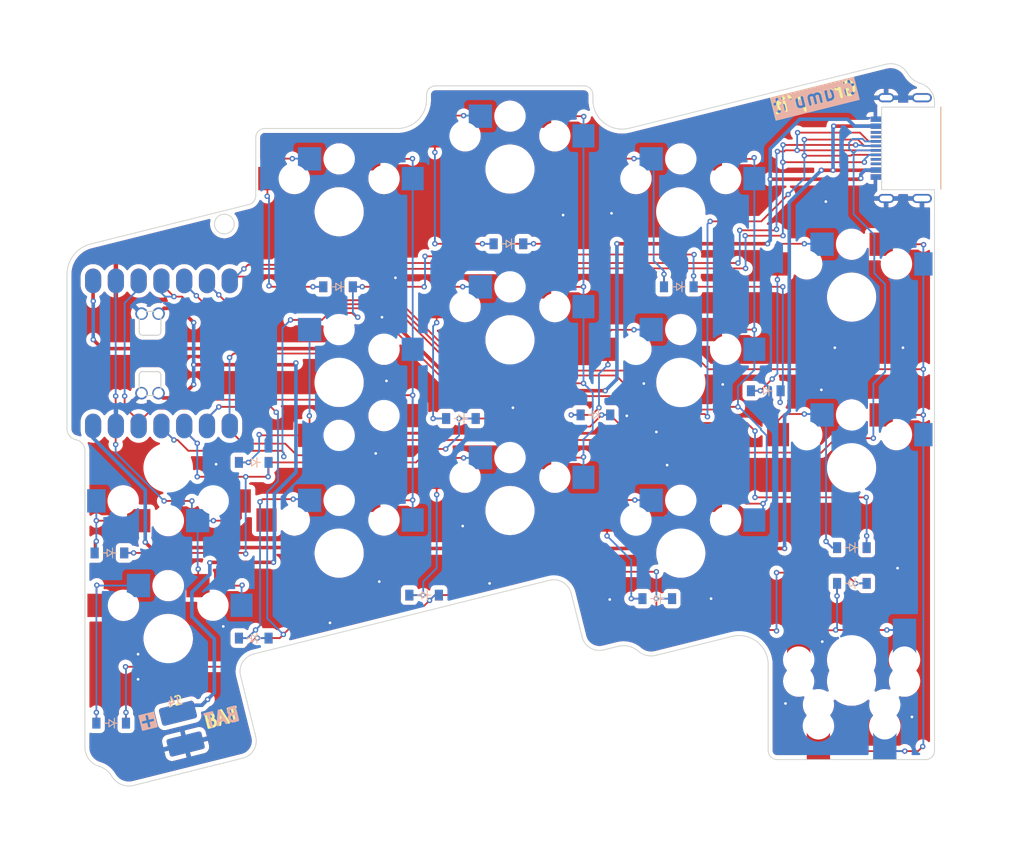
<source format=kicad_pcb>
(kicad_pcb (version 20241229) (generator "pcbnew") (generator_version "9.0")
  (layers (0 "F.Cu" signal) (2 "B.Cu" signal) (13 "F.Paste" user) (15 "B.Paste" user) (5 "F.SilkS" user "F.Silkscreen") (7 "B.SilkS" user "B.Silkscreen") (1 "F.Mask" user) (3 "B.Mask" user) (25 "Edge.Cuts" user))
  (net 0 "")
  (net 1 "row_2")
  (net 2 "12")
  (net 4 "row_3")
  (net 5 "row_1")
  (net 6 "13")
  (net 7 "21")
  (net 8 "22")
  (net 9 "23")
  (net 10 "31")
  (net 11 "32")
  (net 12 "33")
  (net 13 "41")
  (net 14 "42")
  (net 15 "43")
  (net 16 "51")
  (net 17 "52")
  (net 18 "53")
  (net 21 "L_RX")
  (net 22 "GND")
  (net 23 "Net-(U3-5V)")
  (net 24 "bat+")
  (net 25 "col_5")
  (net 26 "col_3")
  (net 27 "col_1")
  (net 28 "L_TX")
  (net 29 "col_4")
  (net 30 "col_2")
  (net 32 "R_RX")
  (net 34 "Net-(U1-5V)")
  (net 38 "R_TX")
  (footprint "weteor:ChocV2_HS_1.25u" (layer "F.Cu") (at 174.372972 131.533364 90)
    (property "Reference" "SW29" (hide yes))
    (property "Value" "SW_SPST" (hide yes))
  )
  (footprint "weteor:D_SOD-123" (layer "F.Cu") (at 164.8 101.5 180)
    (property "Reference" "D26" (hide yes))
    (property "Value" "D_Small")
  )
  (footprint "weteor:D_SOD-123" (layer "F.Cu") (at 130.8 104.6 180)
    (property "Reference" "D21" (hide yes))
    (property "Value" "D_Small")
  )
  (footprint "weteor:ChocV2_HS_1u" (layer "F.Cu") (at 136.272976 114.864614 180)
    (property "Reference" "SW8" (hide yes))
    (property "Value" "SW_SPST" (hide yes))
  )
  (footprint "weteor:D_SOD-123" (layer "F.Cu") (at 145.8 104.2 180)
    (property "Reference" "D24" (hide yes))
    (property "Value" "D_Small")
  )
  (footprint "weteor:ChocV2_HS_1u" (layer "F.Cu") (at 136.272972 76.764611 180)
    (property "Reference" "SW6" (hide yes))
    (property "Value" "SW_SPST" (hide yes))
  )
  (footprint "weteor:D_SOD-123" (layer "F.Cu") (at 107.7 129.1 180)
    (property "Reference" "D19" (hide yes))
    (property "Value" "D_Small")
  )
  (footprint "mcu:xiao-ble-smd-cutout" (layer "F.Cu") (at 97.40047 97.334571 90)
    (property "Reference" "U1" (hide yes))
    (property "Value" "xiao-ble" (hide yes))
    (fp_line (start -4.0132 -2.476) (end -2.413 -2.476) (stroke (width 0.12)) (layer "Edge.Cuts"))
    (fp_line (start -2.032 -2.095) (end -2.032 -0.444) (stroke (width 0.12)) (layer "Edge.Cuts"))
    (fp_line (start -4.699 -0.748798) (end -4.699 -1.7902) (stroke (width 0.12)) (layer "Edge.Cuts"))
    (fp_line (start -2.413 -0.063) (end -4.0132 -0.063) (stroke (width 0.12)) (layer "Edge.Cuts"))
    (fp_arc (start -2.413 -2.476) (mid -2.143592 -2.364408) (end -2.032 -2.095) (stroke (width 0.12)) (layer "Edge.Cuts"))
    (fp_arc (start -4.0132 -2.476) (mid -4.095391 -1.872391) (end -4.699 -1.7902) (stroke (width 0.12)) (layer "Edge.Cuts"))
    (fp_arc (start -4.699 -0.748798) (mid -4.095391 -0.666609) (end -4.0132 -0.063) (stroke (width 0.12)) (layer "Edge.Cuts"))
    (fp_arc (start -2.032 -0.444) (mid -2.143593 -0.174592) (end -2.413 -0.063) (stroke (width 0.12)) (layer "Edge.Cuts"))
  )
  (footprint "weteor:ChocV2_HS_1u" (layer "F.Cu") (at 155.322974 100.577115 180)
    (property "Reference" "SW10" (hide yes))
    (property "Value" "SW_SPST" (hide yes))
  )
  (footprint "weteor:D_SOD-123" (layer "F.Cu") (at 136.1 85.1 180)
    (property "Reference" "D20" (hide yes))
    (property "Value" "D_Small")
  )
  (footprint "weteor:USB-C-12-Pin-MidMount" (layer "F.Cu") (at 184.320472 74.424612 -90)
    (property "Reference" "J1" (hide yes))
    (property "Value" "USB_C_Receptacle_USB2.0_14P")
  )
  (footprint "weteor:battery_pads" (layer "F.Cu") (at 99.487246 138.45857 14)
    (property "Reference" "J2")
    (property "Value" "Conn_01x02")
  )
  (footprint "weteor:D_SOD-123" (layer "F.Cu") (at 91.8 138.6 180)
    (property "Reference" "D16" (hide yes))
    (property "Value" "D_Small")
  )
  (footprint "weteor:D_SOD-123" (layer "F.Cu") (at 107.7 109.5 180)
    (property "Reference" "D18" (hide yes))
    (property "Value" "D_Small")
  )
  (footprint "weteor:ChocV2_HS_1u" (layer "F.Cu") (at 117.222973 81.527115 180)
    (property "Reference" "SW3" (hide yes))
    (property "Value" "SW_SPST" (hide yes))
  )
  (footprint "weteor:ChocV2_HS_1u" (layer "F.Cu") (at 155.322973 81.527112 180)
    (property "Reference" "SW9" (hide yes))
    (property "Value" "SW_SPST" (hide yes))
  )
  (footprint "weteor:D_SOD-123" (layer "F.Cu") (at 174.4 123 180)
    (property "Reference" "D28" (hide yes))
    (property "Value" "D_Small")
  )
  (footprint "weteor:ChocV2_HS_1.5u" (layer "F.Cu") (at 174.372971 133.914612 90)
    (property "Reference" "SW14" (hide yes))
    (property "Value" "SW_SPST" (hide yes))
  )
  (footprint "weteor:ChocV2_HS_1u" (layer "F.Cu") (at 155.322972 119.627115 180)
    (property "Reference" "SW11" (hide yes))
    (property "Value" "SW_SPST" (hide yes))
  )
  (footprint "weteor:ChocV2_HS_1u" (layer "F.Cu") (at 117.222973 119.627113 180)
    (property "Reference" "SW5" (hide yes))
    (property "Value" "SW_SPST" (hide yes))
  )
  (footprint "weteor:ChocV2_HS_1u" (layer "F.Cu") (at 174.372972 110.102111 180)
    (property "Reference" "SW13" (hide yes))
    (property "Value" "SW_SPST" (hide yes))
  )
  (footprint "weteor:D_SOD-123" (layer "F.Cu") (at 152.7 124.7 180)
    (property "Reference" "D25" (hide yes))
    (property "Value" "D_Small")
  )
  (footprint "weteor:D_SOD-123" (layer "F.Cu") (at 155.1 89.9 180)
    (property "Reference" "D23" (hide yes))
    (property "Value" "D_Small")
  )
  (footprint "weteor:D_SOD-123" (layer "F.Cu") (at 126.7 124.3 180)
    (property "Reference" "D22" (hide yes))
    (property "Value" "D_Small")
  )
  (footprint "weteor:D_SOD-123" (layer "F.Cu") (at 91.6 119.6 180)
    (property "Reference" "D15" (hide yes))
    (property "Value" "D_Small")
  )
  (footprint "weteor:D_SOD-123" (layer "F.Cu") (at 174.4 119 180)
    (property "Reference" "D27" (hide yes))
    (property "Value" "D_Small")
  )
  (footprint "weteor:ChocV2_HS_1u" (layer "F.Cu") (at 117.222977 100.577112 180)
    (property "Reference" "SW4" (hide yes))
    (property "Value" "SW_SPST" (hide yes))
  )
  (footprint "weteor:ChocV2_HS_1u" (layer "F.Cu") (at 174.372974 91.052114 180)
    (property "Reference" "SW12" (hide yes))
    (property "Value" "SW_SPST" (hide yes))
  )
  (footprint "weteor:ChocV2_HS_1u" (layer "F.Cu") (at 98.142972 110.092111)
    (property "Reference" "SW1" (hide yes))
    (property "Value" "SW_SPST" (hide yes))
  )
  (footprint "weteor:ChocV2_HS_1u" (layer "F.Cu") (at 98.142971 129.142114 180)
    (property "Reference" "SW2" (hide yes))
    (property "Value" "SW_SPST" (hide yes))
  )
  (footprint "weteor:D_SOD-123" (layer "F.Cu") (at 117.1 89.9 180)
    (property "Reference" "D17" (hide yes))
    (property "Value" "D_Small")
  )
  (footprint "weteor:ChocV2_HS_1u" (layer "F.Cu") (at 136.272971 95.814614 180)
    (property "Reference" "SW7" (hide yes))
    (property "Value" "SW_SPST" (hide yes))
  )
  (footprint "weteor:D_SOD-123" (layer "B.Cu") (at 136.1 85.1 180)
    (property "Reference" "D6" (hide yes))
    (property "Value" "D_Small")
  )
  (footprint "weteor:ChocV2_HS_1u" (layer "B.Cu") (at 174.372974 91.052114)
    (property "Reference" "SW26" (hide yes))
    (property "Value" "SW_SPST" (hide yes))
  )
  (footprint "weteor:ChocV2_HS_1u" (layer "B.Cu") (at 117.222973 119.627113)
    (property "Reference" "SW19" (hide yes))
    (property "Value" "SW_SPST" (hide yes))
  )
  (footprint "weteor:ChocV2_HS_1u" (layer "B.Cu") (at 136.272972 76.764611)
    (property "Reference" "SW20" (hide yes))
    (property "Value" "SW_SPST" (hide yes))
  )
  (footprint "weteor:D_SOD-123" (layer "B.Cu") (at 107.7 109.5 180)
    (property "Reference" "D4" (hide yes))
    (property "Value" "D_Small")
  )
  (footprint "weteor:D_SOD-123" (layer "B.Cu") (at 91.6 119.6 180)
    (property "Reference" "D1" (hide yes))
    (property "Value" "D_Small")
  )
  (footprint "weteor:D_SOD-123" (layer "B.Cu") (at 107.7 129.1 180)
    (property "Reference" "D5" (hide yes))
    (property "Value" "D_Small")
  )
  (footprint "weteor:ChocV2_HS_1u" (layer "B.Cu") (at 98.172977 129.152112)
    (property "Reference" "SW16" (hide yes))
    (property "Value" "SW_SPST" (hide yes))
  )
  (footprint "weteor:ChocV2_HS_1u" (layer "B.Cu") (at 155.322973 81.527112)
    (property "Reference" "SW23" (hide yes))
    (property "Value" "SW_SPST" (hide yes))
  )
  (footprint "weteor:D_SOD-123" (layer "B.Cu") (at 152.7 124.7 180)
    (property "Reference" "D11" (hide yes))
    (property "Value" "D_Small")
  )
  (footprint "weteor:ChocV2_HS_1u" (layer "B.Cu") (at 155.322972 119.627115)
    (property "Reference" "SW25" (hide yes))
    (property "Value" "SW_SPST" (hide yes))
  )
  (footprint "weteor:D_SOD-123" (layer "B.Cu") (at 130.8 104.6 180)
    (property "Reference" "D7" (hide yes))
    (property "Value" "D_Small")
  )
  (footprint "mcu:xiao-ble-smd-cutout" (layer "B.Cu") (at 97.407216 97.34207 -90)
    (property "Reference" "U3" (hide yes))
    (property "Value" "xiao-ble" (hide yes))
    (fp_line (start -4.0132 2.476) (end -2.413 2.476) (stroke (width 0.12)) (layer "Edge.Cuts"))
    (fp_line (start -2.031999 2.094999) (end -2.031999 0.444) (stroke (width 0.12)) (layer "Edge.Cuts"))
    (fp_line (start -4.699 0.748798) (end -4.699 1.7902) (stroke (width 0.12)) (layer "Edge.Cuts"))
    (fp_line (start -2.413 0.063) (end -4.0132 0.063) (stroke (width 0.12)) (layer "Edge.Cuts"))
    (fp_arc (start -2.031999 2.094999) (mid -2.143591 2.364407) (end -2.413 2.476) (stroke (width 0.12)) (layer "Edge.Cuts"))
    (fp_arc (start -4.699 1.7902) (mid -4.095392 1.872392) (end -4.0132 2.476) (stroke (width 0.12)) (layer "Edge.Cuts"))
    (fp_arc (start -4.0132 0.063) (mid -4.095391 0.666608) (end -4.699 0.748798) (stroke (width 0.12)) (layer "Edge.Cuts"))
    (fp_arc (start -2.413 0.063) (mid -2.143593 0.174593) (end -2.031999 0.444) (stroke (width 0.12)) (layer "Edge.Cuts"))
  )
  (footprint "weteor:ChocV2_HS_1.25u" (layer "B.Cu") (at 174.372972 131.533364 90)
    (property "Reference" "SW30" (hide yes))
    (property "Value" "SW_SPST" (hide yes))
  )
  (footprint "weteor:ChocV2_HS_1u" (layer "B.Cu") (at 174.372972 110.102111)
    (property "Reference" "SW27" (hide yes))
    (property "Value" "SW_SPST" (hide yes))
  )
  (footprint "weteor:ChocV2_HS_1u" (layer "B.Cu") (at 155.322974 100.577115)
    (property "Reference" "SW24" (hide yes))
    (property "Value" "SW_SPST" (hide yes))
  )
  (footprint "weteor:D_SOD-123" (layer "B.Cu") (at 174.4 123 180)
    (property "Reference" "D14" (hide yes))
    (property "Value" "D_Small")
  )
  (footprint "weteor:battery_pads" (layer "B.Cu") (at 99.487246 138.45857 -166)
    (property "Reference" "J4")
    (property "Value" "Conn_01x02")
  )
  (footprint "weteor:ChocV2_HS_1u" (layer "B.Cu") (at 136.272976 114.864614)
    (property "Reference" "SW22" (hide yes))
    (property "Value" "SW_SPST" (hide yes))
  )
  (footprint "weteor:ChocV2_HS_1u" (layer "B.Cu") (at 98.172973 110.102114 180)
    (property "Reference" "SW15" (hide yes))
    (property "Value" "SW_SPST" (hide yes))
  )
  (footprint "weteor:D_SOD-123" (layer "B.Cu") (at 155.1 89.9 180)
    (property "Reference" "D9" (hide yes))
    (property "Value" "D_Small")
  )
  (footprint "weteor:D_SOD-123" (layer "B.Cu") (at 164.8 101.5 180)
    (property "Reference" "D12" (hide yes))
    (property "Value" "D_Small")
  )
  (footprint "weteor:D_SOD-123" (layer "B.Cu") (at 117.1 89.9 180)
    (property "Reference" "D3" (hide yes))
    (property "Value" "D_Small")
  )
  (footprint "weteor:D_SOD-123" (layer "B.Cu") (at 174.4 119 180)
    (property "Reference" "D13" (hide yes))
    (property "Value" "D_Small")
  )
  (footprint "weteor:USB-C-12-Pin-MidMount" (layer "B.Cu") (at 184.320472 74.424614 90)
    (property "Reference" "J3" (hide yes))
    (property "Value" "USB_C_Receptacle_USB2.0_14P")
  )
  (footprint "weteor:ChocV2_HS_1u" (layer "B.Cu") (at 136.272971 95.814614)
    (property "Reference" "SW21" (hide yes))
    (property "Value" "SW_SPST" (hide yes))
  )
  (footprint "weteor:ChocV2_HS_1.5u" (layer "B.Cu") (at 174.372971 133.914612 90)
    (property "Reference" "SW28" (hide yes))
    (property "Value" "SW_SPST" (hide yes))
  )
  (footprint "weteor:D_SOD-123" (layer "B.Cu") (at 145.8 104.2 180)
    (property "Reference" "D10" (hide yes))
    (property "Value" "D_Small")
  )
  (footprint "weteor:ChocV2_HS_1u" (layer "B.Cu") (at 117.222977 100.577112 180)
    (property "Reference" "SW18" (hide yes))
    (property "Value" "SW_SPST" (hide yes))
  )
  (footprint "weteor:D_SOD-123" (layer "B.Cu") (at 126.7 124.3 180)
    (property "Reference" "D8" (hide yes))
    (property "Value" "D_Small")
  )
  (footprint "weteor:D_SOD-123" (layer "B.Cu") (at 91.8 138.6 180)
    (property "Reference" "D2" (hide yes))
    (property "Value" "D_Small")
  )
  (footprint "weteor:ChocV2_HS_1u" (layer "B.Cu") (at 117.222973 81.527115)
    (property "Reference" "SW17" (hide yes))
    (property "Value" "SW_SPST" (hide yes))
  )
  (gr_curve (pts (xy 183.620471 141.66534) (xy 183.617761 142.215698) (xy 183.170839 142.660418) (xy 182.620471 142.660412)) (stroke (width 0.1)) (layer "Edge.Cuts"))
  (gr_line (start 149.556671 72.213112) (end 178.19468 65.072876) (stroke (width 0.1)) (layer "Edge.Cuts"))
  (gr_line (start 107.921171 140.097312) (end 106.227759 133.305245) (stroke (width 0.1)) (layer "Edge.Cuts"))
  (gr_line (start 107.920471 73.238946) (end 107.920471 79.752446) (stroke (width 0.1)) (layer "Edge.Cuts"))
  (gr_line (start 183.620471 69.311912) (end 183.620472 69.852613) (stroke (width 0.1)) (layer "Edge.Cuts"))
  (gr_line (start 88.870471 141.300113) (end 88.870471 108.195367) (stroke (width 0.1)) (layer "Edge.Cuts"))
  (gr_curve (pts (xy 178.19468 65.072876) (xy 179.141012 64.83693) (xy 180.129732 65.252199) (xy 180.623771 66.093112)) (stroke (width 0.1)) (layer "Edge.Cuts"))
  (gr_line (start 177.720472 79.064611) (end 183.620472 79.064612) (stroke (width 0.1)) (layer "Edge.Cuts"))
  (gr_curve (pts (xy 86.870472 105.743496) (xy 86.87047 106.317379) (xy 87.261236 106.817538) (xy 87.818072 106.956372)) (stroke (width 0.1)) (layer "Edge.Cuts"))
  (gr_line (start 127.970471 67.477246) (end 144.520471 67.477201) (stroke (width 0.1)) (layer "Edge.Cuts"))
  (gr_curve (pts (xy 104.415371 83.99617) (xy 103.807913 83.995728) (xy 103.315807 83.50297) (xy 103.316171 82.895512)) (stroke (width 0.1)) (layer "Edge.Cuts"))
  (gr_line (start 89.523771 85.119746) (end 107.162393 80.721964) (stroke (width 0.1)) (layer "Edge.Cuts"))
  (gr_line (start 165.070471 132.053012) (end 165.070483 141.660461) (stroke (width 0.1)) (layer "Edge.Cuts"))
  (gr_curve (pts (xy 146.769551 71.62066) (xy 147.557889 72.236585) (xy 148.585963 72.455121) (xy 149.556671 72.213112)) (stroke (width 0.1)) (layer "Edge.Cuts"))
  (gr_line (start 108.920471 72.239646) (end 123.720471 72.239683) (stroke (width 0.1)) (layer "Edge.Cuts"))
  (gr_line (start 183.620472 79.064612) (end 183.620471 141.66534) (stroke (width 0.1)) (layer "Edge.Cuts"))
  (gr_curve (pts (xy 107.920471 73.238946) (xy 107.920855 72.686935) (xy 108.368458 72.239646) (xy 108.920471 72.239646)) (stroke (width 0.1)) (layer "Edge.Cuts"))
  (gr_curve (pts (xy 146.733042 130.420452) (xy 145.661284 130.687667) (xy 144.575831 130.035463) (xy 144.308611 128.963712)) (stroke (width 0.1)) (layer "Edge.Cuts"))
  (gr_line (start 166.070471 142.660412) (end 182.620483 142.660458) (stroke (width 0.1)) (layer "Edge.Cuts"))
  (gr_curve (pts (xy 140.674561 122.655504) (xy 141.746312 122.388281) (xy 142.831767 123.040469) (xy 143.099001 124.112212)) (stroke (width 0.1)) (layer "Edge.Cuts"))
  (gr_curve (pts (xy 106.227759 133.305245) (xy 106.188187 133.146505) (xy 106.168241 132.983509) (xy 106.168369 132.819912)) (stroke (width 0.1)) (layer "Edge.Cuts"))
  (gr_curve (pts (xy 107.980571 140.582612) (xy 107.980693 140.419024) (xy 107.960744 140.25604) (xy 107.921171 140.097312)) (stroke (width 0.1)) (layer "Edge.Cuts"))
  (gr_curve (pts (xy 163.821356 129.50841) (xy 164.609704 130.124325) (xy 165.07046 131.068992) (xy 165.070471 132.053012)) (stroke (width 0.1)) (layer "Edge.Cuts"))
  (gr_curve (pts (xy 148.334029 130.02128) (xy 149.124535 129.824159) (xy 149.961509 130.024594) (xy 150.576971 130.558412)) (stroke (width 0.1)) (layer "Edge.Cuts"))
  (gr_curve (pts (xy 161.034225 128.915997) (xy 162.004931 128.673973) (xy 163.033009 128.892495) (xy 163.821356 129.50841)) (stroke (width 0.1)) (layer "Edge.Cuts"))
  (gr_line (start 87.818072 106.956372) (end 87.922873 106.982498) (stroke (width 0.1)) (layer "Edge.Cuts"))
  (gr_line (start 145.520471 68.477212) (end 145.520471 69.059646) (stroke (width 0.1)) (layer "Edge.Cuts"))
  (gr_line (start 106.464477 142.505277) (end 94.296274 145.53914) (stroke (width 0.1)) (layer "Edge.Cuts"))
  (gr_line (start 106.168369 132.819912) (end 106.168361 132.803522) (stroke (width 0.1)) (layer "Edge.Cuts"))
  (gr_line (start 107.684507 130.880823) (end 140.674562 122.655508) (stroke (width 0.1)) (layer "Edge.Cuts"))
  (gr_curve (pts (xy 106.168351 132.819955) (xy 106.169007 131.902299) (xy 106.794073 131.102829) (xy 107.684471 130.880812)) (stroke (width 0.1)) (layer "Edge.Cuts"))
  (gr_curve (pts (xy 180.623771 66.093112) (xy 180.938926 66.62945) (xy 181.446304 67.025821) (xy 182.042971 67.201812)) (stroke (width 0.1)) (layer "Edge.Cuts"))
  (gr_curve (pts (xy 104.416574 81.803187) (xy 105.021255 81.803396) (xy 105.512392 82.291642) (xy 105.516171 82.896312)) (stroke (width 0.1)) (layer "Edge.Cuts"))
  (gr_curve (pts (xy 86.870471 88.513246) (xy 86.871633 86.907322) (xy 87.965542 85.508241) (xy 89.523771 85.119746)) (stroke (width 0.1)) (layer "Edge.Cuts"))
  (gr_curve (pts (xy 165.070483 141.660461) (xy 165.070508 142.212721) (xy 165.518209 142.660405) (xy 166.070471 142.660412)) (stroke (width 0.1)) (layer "Edge.Cuts"))
  (gr_line (start 177.720472 69.852614) (end 177.720472 79.064611) (stroke (width 0.1)) (layer "Edge.Cuts"))
  (gr_curve (pts (xy 182.042971 67.201812) (xy 182.97839 67.477769) (xy 183.620478 68.33664) (xy 183.620471 69.311912)) (stroke (width 0.1)) (layer "Edge.Cuts"))
  (gr_line (start 106.168351 132.819955) (end 106.168361 132.803522) (stroke (width 0.1)) (layer "Edge.Cuts"))
  (gr_curve (pts (xy 145.227583 67.770098) (xy 145.41512 67.957637) (xy 145.520475 68.211994) (xy 145.520471 68.477212)) (stroke (width 0.1)) (layer "Edge.Cuts"))
  (gr_curve (pts (xy 123.720471 72.239683) (xy 125.514478 72.239683) (xy 126.969172 70.786047) (xy 126.970471 68.992046)) (stroke (width 0.1)) (layer "Edge.Cuts"))
  (gr_curve (pts (xy 87.922873 106.982498) (xy 88.479708 107.121332) (xy 88.870474 107.621491) (xy 88.870472 108.195367)) (stroke (width 0.1)) (layer "Edge.Cuts"))
  (gr_line (start 146.733042 130.42045) (end 148.334029 130.02128) (stroke (width 0.1)) (layer "Edge.Cuts"))
  (gr_curve (pts (xy 94.296274 145.53914) (xy 93.34994 145.775093) (xy 92.361214 145.359826) (xy 91.867171 144.518912)) (stroke (width 0.1)) (layer "Edge.Cuts"))
  (gr_curve (pts (xy 152.550675 131.031176) (xy 151.855042 131.204589) (xy 151.118542 131.028174) (xy 150.576971 130.558412)) (stroke (width 0.1)) (layer "Edge.Cuts"))
  (gr_curve (pts (xy 107.162393 80.721964) (xy 107.607579 80.610967) (xy 107.920116 80.211259) (xy 107.920471 79.752446)) (stroke (width 0.1)) (layer "Edge.Cuts"))
  (gr_curve (pts (xy 91.867209 144.518952) (xy 91.552052 143.982591) (xy 91.044658 143.586204) (xy 90.447971 143.410213)) (stroke (width 0.1)) (layer "Edge.Cuts"))
  (gr_curve (pts (xy 103.316219 82.895549) (xy 103.320418 82.290882) (xy 103.811893 81.802977) (xy 104.416574 81.803187)) (stroke (width 0.1)) (layer "Edge.Cuts"))
  (gr_line (start 86.870472 88.515746) (end 86.870472 105.743496) (stroke (width 0.1)) (layer "Edge.Cuts"))
  (gr_line (start 183.620472 69.852613) (end 177.720472 69.852614) (stroke (width 0.1)) (layer "Edge.Cuts"))
  (gr_curve (pts (xy 144.520471 67.477201) (xy 144.78569 67.477201) (xy 145.040046 67.582559) (xy 145.227583 67.770098)) (stroke (width 0.1)) (layer "Edge.Cuts"))
  (gr_curve (pts (xy 90.447971 143.410213) (xy 89.512552 143.134255) (xy 88.870464 142.275384) (xy 88.870471 141.300113)) (stroke (width 0.1)) (layer "Edge.Cuts"))
  (gr_curve (pts (xy 107.98061 140.574363) (xy 107.976204 141.488966) (xy 107.351922 142.284049) (xy 106.464471 142.505312)) (stroke (width 0.1)) (layer "Edge.Cuts"))
  (gr_curve (pts (xy 145.520471 69.059646) (xy 145.52047 70.060064) (xy 145.981213 71.004735) (xy 146.769551 71.62066)) (stroke (width 0.1)) (layer "Edge.Cuts"))
  (gr_line (start 126.970483 68.476446) (end 126.970483 68.992046) (stroke (width 0.1)) (layer "Edge.Cuts"))
  (gr_line (start 152.550675 131.031176) (end 161.034225 128.915997) (stroke (width 0.1)) (layer "Edge.Cuts"))
  (gr_line (start 143.098997 124.112251) (end 144.308606 128.963712) (stroke (width 0.1)) (layer "Edge.Cuts"))
  (gr_curve (pts (xy 126.970471 68.476446) (xy 126.97091 67.924474) (xy 127.418497 67.477245) (xy 127.970471 67.477246)) (stroke (width 0.1)) (layer "Edge.Cuts"))
  (gr_curve (pts (xy 105.516171 82.897112) (xy 105.515651 83.50457) (xy 105.022829 83.996612) (xy 104.415371 83.99617)) (stroke (width 0.1)) (layer "Edge.Cuts"))
  (gr_text "+" (at 95 139.4 14) (layer "F.SilkS" knockout) (effects (font (size 1.5 1.5) (thickness 0.3) (bold yes)) (justify left bottom)))
  (gr_text "Grump'it" (at 165.6 70.8 14) (layer "F.SilkS" knockout) (effects (font (size 1.5 1.5) (thickness 0.3) (bold yes)) (justify left bottom)))
  (gr_text "BAT" (at 102.2 139.4 14) (layer "F.SilkS") (effects (font (size 1.5 1.5) (thickness 0.3) (bold yes)) (justify left bottom)))
  (gr_text "+" (at 95 139.4 14) (layer "B.SilkS" knockout) (effects (font (size 1.5 1.5) (thickness 0.3) (bold yes)) (justify left bottom)))
  (gr_text "Grump'it" (at 175.3 68.4 14) (layer "B.SilkS" knockout) (effects (font (size 1.5 1.5) (thickness 0.3) (bold yes)) (justify left bottom mirror)))
  (gr_text "BAT" (at 106.5 138.3 14) (layer "B.SilkS") (effects (font (size 1.5 1.5) (thickness 0.3) (bold yes)) (justify left bottom mirror)))
  (segment (start 132.45 104.6) (end 140 104.6) (width 0.2) (layer "F.Cu") (net 1))
  (segment (start 101.4 111.1) (end 106.8 111.1) (width 0.2) (layer "F.Cu") (net 1))
  (segment (start 106.7 119.6) (end 106.8 119.7) (width 0.2) (layer "F.Cu") (net 1))
  (segment (start 146.5 104.2) (end 147.45 104.2) (width 0.2) (layer "F.Cu") (net 1))
  (segment (start 99.94047 105.905284) (end 101.4 107.364814) (width 0.2) (layer "F.Cu") (net 1))
  (segment (start 140 104.6) (end 140.9 105.5) (width 0.2) (layer "F.Cu") (net 1))
  (segment (start 163.6 106) (end 162.7 105.1) (width 0.2) (layer "F.Cu") (net 1))
  (segment (start 93.25 119.6) (end 106.7 119.6) (width 0.2) (layer "F.Cu") (net 1))
  (segment (start 99.94047 105.904531) (end 99.94047 105.905284) (width 0.2) (layer "F.Cu") (net 1))
  (segment (start 125.8 109.5) (end 109.35 109.5) (width 0.2) (layer "F.Cu") (net 1))
  (segment (start 163.6 113.4) (end 176 113.4) (width 0.2) (layer "F.Cu") (net 1))
  (segment (start 106.8 111.1) (end 109.3 111.1) (width 0.2) (layer "F.Cu") (net 1))
  (segment (start 129.1 108) (end 127.3 108) (width 0.2) (layer "F.Cu") (net 1))
  (segment (start 140.9 105.5) (end 145.2 105.5) (width 0.2) (layer "F.Cu") (net 1))
  (segment (start 109.35 109.5) (end 109.35 111.05) (width 0.2) (layer "F.Cu") (net 1))
  (segment (start 162.7 105.1) (end 148.35 105.1) (width 0.2) (layer "F.Cu") (net 1))
  (segment (start 127.3 108) (end 125.8 109.5) (width 0.2) (layer "F.Cu") (net 1))
  (segment (start 109.35 111.05) (end 109.3 111.1) (width 0.2) (layer "F.Cu") (net 1))
  (segment (start 145.2 105.5) (end 146.5 104.2) (width 0.2) (layer "F.Cu") (net 1))
  (segment (start 176.05 119) (end 176.05 117.7) (width 0.2) (layer "F.Cu") (net 1))
  (segment (start 148.35 105.1) (end 147.45 104.2) (width 0.2) (layer "F.Cu") (net 1))
  (segment (start 130.6 104.6) (end 132.45 104.6) (width 0.2) (layer "F.Cu") (net 1))
  (via (at 146.5 104.2) (size 0.6) (drill 0.3) (layers "F.Cu" "B.Cu") (net 1))
  (via (at 163.6 106) (size 0.6) (drill 0.3) (layers "F.Cu" "B.Cu") (net 1))
  (via (at 101.4 107.364814) (size 0.6) (drill 0.3) (layers "F.Cu" "B.Cu") (net 1))
  (via (at 129.1 108) (size 0.6) (drill 0.3) (layers "F.Cu" "B.Cu") (net 1))
  (via (at 106.8 111.1) (size 0.6) (drill 0.3) (layers "F.Cu" "B.Cu") (net 1))
  (via (at 176.05 117.7) (size 0.6) (drill 0.3) (layers "F.Cu" "B.Cu") (net 1))
  (via (at 109.3 111.1) (size 0.6) (drill 0.3) (layers "F.Cu" "B.Cu") (net 1))
  (via (at 130.6 104.6) (size 0.6) (drill 0.3) (layers "F.Cu" "B.Cu") (net 1))
  (via (at 176 113.4) (size 0.6) (drill 0.3) (layers "F.Cu" "B.Cu") (net 1))
  (via (at 163.6 113.4) (size 0.6) (drill 0.3) (layers "F.Cu" "B.Cu") (net 1))
  (via (at 94.3 119.6) (size 0.6) (drill 0.3) (layers "F.Cu" "B.Cu") (net 1))
  (via (at 106.8 119.7) (size 0.6) (drill 0.3) (layers "F.Cu" "B.Cu") (net 1))
  (via (at 101.4 111.1) (size 0.6) (drill 0.3) (layers "F.Cu" "B.Cu") (net 1))
  (segment (start 109.3 109.55) (end 109.35 109.5) (width 0.2) (layer "B.Cu") (net 1))
  (segment (start 129.1 108) (end 130.6 106.5) (width 0.2) (layer "B.Cu") (net 1))
  (segment (start 132.45 104.6) (end 130.6 104.6) (width 0.2) (layer "B.Cu") (net 1))
  (segment (start 147.45 104.2) (end 146.5 104.2) (width 0.2) (layer "B.Cu") (net 1))
  (segment (start 106.8 119.7) (end 106.8 111.1) (width 0.2) (layer "B.Cu") (net 1))
  (segment (start 176 113.4) (end 176.05 113.45) (width 0.2) (layer "B.Cu") (net 1))
  (segment (start 109.3 111.1) (end 109.3 109.55) (width 0.2) (layer "B.Cu") (net 1))
  (segment (start 176.05 113.45) (end 176.05 119) (width 0.2) (layer "B.Cu") (net 1))
  (segment (start 101.4 107.364814) (end 101.4 111.1) (width 0.2) (layer "B.Cu") (net 1))
  (segment (start 93.25 119.6) (end 94.3 119.6) (width 0.2) (layer "B.Cu") (net 1))
  (segment (start 130.6 106.5) (end 130.6 104.6) (width 0.2) (layer "B.Cu") (net 1))
  (segment (start 163.6 106) (end 163.6 113.4) (width 0.2) (layer "B.Cu") (net 1))
  (segment (start 99.947216 105.91203) (end 101.4 107.364814) (width 0.2) (layer "B.Cu") (net 1))
  (segment (start 89.95 118.492972) (end 90.142972 118.3) (width 0.2) (layer "F.Cu") (net 2))
  (segment (start 89.95 119.6) (end 89.95 118.492972) (width 0.2) (layer "F.Cu") (net 2))
  (segment (start 90.145086 116.002114) (end 90.142972 116) (width 0.2) (layer "F.Cu") (net 2))
  (segment (start 94.872973 116.002114) (end 90.145086 116.002114) (width 0.2) (layer "F.Cu") (net 2))
  (via (at 90.142972 116) (size 0.6) (drill 0.3) (layers "F.Cu" "B.Cu") (net 2))
  (via (at 90.142972 118.3) (size 0.6) (drill 0.3) (layers "F.Cu" "B.Cu") (net 2))
  (segment (start 90.142972 118.3) (end 90.142972 119.407028) (width 0.2) (layer "B.Cu") (net 2))
  (segment (start 90.142972 116) (end 90.142972 118.3) (width 0.2) (layer "B.Cu") (net 2))
  (segment (start 90.142972 119.407028) (end 89.95 119.6) (width 0.2) (layer "B.Cu") (net 2))
  (segment (start 90.142972 113.792111) (end 90.142972 116) (width 0.2) (layer "B.Cu") (net 2))
  (segment (start 110.2 103.9) (end 109.6 103.3) (width 0.2) (layer "F.Cu") (net 4))
  (segment (start 107.9 129.1) (end 109.35 129.1) (width 0.2) (layer "F.Cu") (net 4))
  (segment (start 102.48047 104.61953) (end 103.8 103.3) (width 0.2) (layer "F.Cu") (net 4))
  (segment (start 147.7 121.7) (end 152.6 121.7) (width 0.2) (layer "F.Cu") (net 4))
  (segment (start 104.7 132.3) (end 107.9 129.1) (width 0.2) (layer "F.Cu") (net 4))
  (segment (start 130.6 124.3) (end 131 123.9) (width 0.2) (layer "F.Cu") (net 4))
  (segment (start 128.35 124.3) (end 130.6 124.3) (width 0.2) (layer "F.Cu") (net 4))
  (segment (start 173.6 121.8) (end 174.8 123) (width 0.2) (layer "F.Cu") (net 4))
  (segment (start 102.48047 105.904531) (end 102.48047 104.61953) (width 0.2) (layer "F.Cu") (net 4))
  (segment (start 93.4 132.3) (end 104.7 132.3) (width 0.2) (layer "F.Cu") (net 4))
  (segment (start 93.45 138.6) (end 93.45 137.4) (width 0.2) (layer "F.Cu") (net 4))
  (segment (start 131 123.9) (end 133.2 121.7) (width 0.2) (layer "F.Cu") (net 4))
  (segment (start 166 121.8) (end 173.6 121.8) (width 0.2) (layer "F.Cu") (net 4))
  (segment (start 109.6 103.3) (end 103.8 103.3) (width 0.2) (layer "F.Cu") (net 4))
  (segment (start 152.6 126.25299) (end 154.548505 128.201495) (width 0.2) (layer "F.Cu") (net 4))
  (segment (start 152.6 124.7) (end 154.35 124.7) (width 0.2) (layer "F.Cu") (net 4))
  (segment (start 110.6 129.1) (end 111 128.7) (width 0.2) (layer "F.Cu") (net 4))
  (segment (start 127.9 124.3) (end 128.35 124.3) (width 0.2) (layer "F.Cu") (net 4))
  (segment (start 154.548505 128.201495) (end 165.901495 128.201495) (width 0.2) (layer "F.Cu") (net 4))
  (segment (start 133.2 121.7) (end 147.7 121.7) (width 0.2) (layer "F.Cu") (net 4))
  (segment (start 174.8 123) (end 176.05 123) (width 0.2) (layer "F.Cu") (net 4))
  (segment (start 109.35 129.1) (end 110.6 129.1) (width 0.2) (layer "F.Cu") (net 4))
  (segment (start 152.6 124.7) (end 152.6 126.25299) (width 0.2) (layer "F.Cu") (net 4))
  (segment (start 114.2 125.5) (end 126.7 125.5) (width 0.2) (layer "F.Cu") (net 4))
  (segment (start 165.901495 128.201495) (end 166 128.3) (width 0.2) (layer "F.Cu") (net 4))
  (segment (start 126.7 125.5) (end 127.9 124.3) (width 0.2) (layer "F.Cu") (net 4))
  (segment (start 111 128.7) (end 114.2 125.5) (width 0.2) (layer "F.Cu") (net 4))
  (via (at 166 121.8) (size 0.6) (drill 0.3) (layers "F.Cu" "B.Cu") (net 4))
  (via (at 103.8 103.3) (size 0.6) (drill 0.3) (layers "F.Cu" "B.Cu") (net 4))
  (via (at 152.6 124.7) (size 0.6) (drill 0.3) (layers "F.Cu" "B.Cu") (net 4))
  (via (at 166 128.3) (size 0.6) (drill 0.3) (layers "F.Cu" "B.Cu") (net 4))
  (via (at 127.3 124.9) (size 0.6) (drill 0.3) (layers "F.Cu" "B.Cu") (net 4))
  (via (at 111 128.7) (size 0.6) (drill 0.3) (layers "F.Cu" "B.Cu") (net 4))
  (via (at 93.45 137.4) (size 0.6) (drill 0.3) (layers "F.Cu" "B.Cu") (net 4))
  (via (at 110.2 103.9) (size 0.6) (drill 0.3) (layers "F.Cu" "B.Cu") (net 4))
  (via (at 93.4 132.3) (size 0.6) (drill 0.3) (layers "F.Cu" "B.Cu") (net 4))
  (via (at 152.6 121.7) (size 0.6) (drill 0.3) (layers "F.Cu" "B.Cu") (net 4))
  (via (at 108.1 129.1) (size 0.6) (drill 0.3) (layers "F.Cu" "B.Cu") (net 4))
  (via (at 174.8 123) (size 0.6) (drill 0.3) (layers "F.Cu" "B.Cu") (net 4))
  (segment (start 102.487216 104.612784) (end 103.8 103.3) (width 0.2) (layer "B.Cu") (net 4))
  (segment (start 110.4 111.6) (end 109.2 112.8) (width 0.2) (layer "B.Cu") (net 4))
  (segment (start 127.9 124.3) (end 127.3 124.9) (width 0.2) (layer "B.Cu") (net 4))
  (segment (start 110.2 103.9) (end 110.4 104.1) (width 0.2) (layer "B.Cu") (net 4))
  (segment (start 109.2 126.9) (end 111 128.7) (width 0.2) (layer "B.Cu") (net 4))
  (segment (start 154.35 124.7) (end 152.6 124.7) (width 0.2) (layer "B.Cu") (net 4))
  (segment (start 109.2 112.8) (end 109.2 126.9) (width 0.2) (layer "B.Cu") (net 4))
  (segment (start 93.45 138.6) (end 93.45 132.35) (width 0.2) (layer "B.Cu") (net 4))
  (segment (start 109.35 129.1) (end 108.1 129.1) (width 0.2) (layer "B.Cu") (net 4))
  (segment (start 110.4 104.1) (end 110.4 111.6) (width 0.2) (layer "B.Cu") (net 4))
  (segment (start 176.05 123) (end 174.8 123) (width 0.2) (layer "B.Cu") (net 4))
  (segment (start 102.487216 105.912031) (end 102.487216 104.612784) (width 0.2) (layer "B.Cu") (net 4))
  (segment (start 152.6 121.7) (end 152.6 124.7) (width 0.2) (layer "B.Cu") (net 4))
  (segment (start 166 128.3) (end 166 121.8) (width 0.2) (layer "B.Cu") (net 4))
  (segment (start 93.45 132.35) (end 93.4 132.3) (width 0.2) (layer "B.Cu") (net 4))
  (segment (start 128.35 124.3) (end 127.9 124.3) (width 0.2) (layer "B.Cu") (net 4))
  (segment (start 166.7 89.9) (end 156.75 89.9) (width 0.2) (layer "F.Cu") (net 5))
  (segment (start 166.45 101.5) (end 166.45 102.75) (width 0.2) (layer "F.Cu") (net 5))
  (segment (start 110.8 108.2) (end 100.4 108.2) (width 0.2) (layer "F.Cu") (net 5))
  (segment (start 111.05 108.85) (end 111.05 108.45) (width 0.2) (layer "F.Cu") (net 5))
  (segment (start 118.673888 92.826112) (end 116.073888 92.826112) (width 0.2) (layer "F.Cu") (net 5))
  (segment (start 126.7 89.9) (end 118.75 89.9) (width 0.2) (layer "F.Cu") (net 5))
  (segment (start 140.6 85.9) (end 141 86.3) (width 0.2) (layer "F.Cu") (net 5))
  (segment (start 126.8 86.5) (end 135.2 86.5) (width 0.2) (layer "F.Cu") (net 5))
  (segment (start 97.704531 105.904531) (end 98.8 107) (width 0.2) (layer "F.Cu") (net 5))
  (segment (start 166.45 102.75) (end 166.4 102.8) (width 0.2) (layer "F.Cu") (net 5))
  (segment (start 135.2 86.5) (end 136.6 85.1) (width 0.2) (layer "F.Cu") (net 5))
  (segment (start 111.05 108.45) (end 110.8 108.2) (width 0.2) (layer "F.Cu") (net 5))
  (segment (start 136.6 85.1) (end 137.75 85.1) (width 0.2) (layer "F.Cu") (net 5))
  (segment (start 97.40047 105.904531) (end 97.704531 105.904531) (width 0.2) (layer "F.Cu") (net 5))
  (segment (start 119.3 93.3) (end 119.147776 93.3) (width 0.2) (layer "F.Cu") (net 5))
  (segment (start 141 86.3) (end 149.9 86.3) (width 0.2) (layer "F.Cu") (net 5))
  (segment (start 115.3 93.6) (end 111.8 93.6) (width 0.2) (layer "F.Cu") (net 5))
  (segment (start 116.073888 92.826112) (end 115.3 93.6) (width 0.2) (layer "F.Cu") (net 5))
  (segment (start 137.75 85.1) (end 139.8 85.1) (width 0.2) (layer "F.Cu") (net 5))
  (segment (start 149.9 86.3) (end 156.8 86.3) (width 0.2) (layer "F.Cu") (net 5))
  (segment (start 99.2 107) (end 98.8 107) (width 0.2) (layer "F.Cu") (net 5))
  (segment (start 139.8 85.1) (end 140.6 85.9) (width 0.2) (layer "F.Cu") (net 5))
  (segment (start 119.147776 93.3) (end 118.673888 92.826112) (width 0.2) (layer "F.Cu") (net 5))
  (segment (start 100.4 108.2) (end 99.2 107) (width 0.2) (layer "F.Cu") (net 5))
  (segment (start 156.75 89.9) (end 156.75 88.7) (width 0.2) (layer "F.Cu") (net 5))
  (via (at 126.8 86.5) (size 0.6) (drill 0.3) (layers "F.Cu" "B.Cu") (net 5))
  (via (at 156.8 86.3) (size 0.6) (drill 0.3) (layers "F.Cu" "B.Cu") (net 5))
  (via (at 166.7 89.9) (size 0.6) (drill 0.3) (layers "F.Cu" "B.Cu") (net 5))
  (via (at 111.05 108.85) (size 0.6) (drill 0.3) (layers "F.Cu" "B.Cu") (net 5))
  (via (at 98.8 107) (size 0.6) (drill 0.3) (layers "F.Cu" "B.Cu") (net 5))
  (via (at 126.7 89.9) (size 0.6) (drill 0.3) (layers "F.Cu" "B.Cu") (net 5))
  (via (at 138.9 85.1) (size 0.6) (drill 0.3) (layers "F.Cu" "B.Cu") (net 5))
  (via (at 156.75 88.7) (size 0.6) (drill 0.3) (layers "F.Cu" "B.Cu") (net 5))
  (via (at 111.8 93.6) (size 0.6) (drill 0.3) (layers "F.Cu" "B.Cu") (net 5))
  (via (at 166.4 102.8) (size 0.6) (drill 0.3) (layers "F.Cu" "B.Cu") (net 5))
  (via (at 119.3 93.3) (size 0.6) (drill 0.3) (layers "F.Cu" "B.Cu") (net 5))
  (via (at 119.8 89.9) (size 0.6) (drill 0.3) (layers "F.Cu" "B.Cu") (net 5))
  (segment (start 97.71203 105.91203) (end 98.8 107) (width 0.2) (layer "B.Cu") (net 5))
  (segment (start 111.05 108.45) (end 110.9 108.3) (width 0.2) (layer "B.Cu") (net 5))
  (segment (start 119.3 93.3) (end 118.75 92.75) (width 0.2) (layer "B.Cu") (net 5))
  (segment (start 166.7 89.9) (end 166.7 101.25) (width 0.2) (layer "B.Cu") (net 5))
  (segment (start 126.8 89.8) (end 126.7 89.9) (width 0.2) (layer "B.Cu") (net 5))
  (segment (start 156.8 86.3) (end 156.75 86.35) (width 0.2) (layer "B.Cu") (net 5))
  (segment (start 97.407216 105.91203) (end 97.71203 105.91203) (width 0.2) (layer "B.Cu") (net 5))
  (segment (start 126.8 86.5) (end 126.8 89.8) (width 0.2) (layer "B.Cu") (net 5))
  (segment (start 166.7 101.25) (end 166.45 101.5) (width 0.2) (layer "B.Cu") (net 5))
  (segment (start 111.05 108.85) (end 111.05 108.45) (width 0.2) (layer "B.Cu") (net 5))
  (segment (start 156.75 86.35) (end 156.75 89.9) (width 0.2) (layer "B.Cu") (net 5))
  (segment (start 118.75 89.9) (end 119.8 89.9) (width 0.2) (layer "B.Cu") (net 5))
  (segment (start 137.75 85.1) (end 138.9 85.1) (width 0.2) (layer "B.Cu") (net 5))
  (segment (start 110.9 94.5) (end 111.8 93.6) (width 0.2) (layer "B.Cu") (net 5))
  (segment (start 110.9 108.3) (end 110.9 94.5) (width 0.2) (layer "B.Cu") (net 5))
  (segment (start 166.45 101.5) (end 166.45 102.75) (width 0.2) (layer "B.Cu") (net 5))
  (segment (start 118.75 92.75) (end 118.75 89.9) (width 0.2) (layer "B.Cu") (net 5))
  (segment (start 166.45 102.75) (end 166.4 102.8) (width 0.2) (layer "B.Cu") (net 5))
  (segment (start 90.15 138.6) (end 90.15 137.4) (width 0.2) (layer "F.Cu") (net 6))
  (segment (start 90.172977 125.452112) (end 90.172977 123.227023) (width 0.2) (layer "F.Cu") (net 6))
  (segment (start 90.172977 123.227023) (end 90.2 123.2) (width 0.2) (layer "F.Cu") (net 6))
  (via (at 90.2 123.2) (size 0.6) (drill 0.3) (layers "F.Cu" "B.Cu") (net 6))
  (via (at 90.15 137.4) (size 0.6) (drill 0.3) (layers "F.Cu" "B.Cu") (net 6))
  (segment (start 90.242114 123.242114) (end 94.842971 123.242114) (width 0.2) (layer "B.Cu") (net 6))
  (segment (start 90.2 123.2) (end 90.15 123.25) (width 0.2) (layer "B.Cu") (net 6))
  (segment (start 90.15 123.25) (end 90.15 138.6) (width 0.2) (layer "B.Cu") (net 6))
  (segment (start 90.2 123.2) (end 90.242114 123.242114) (width 0.2) (layer "B.Cu") (net 6))
  (segment (start 109.222973 77.827115) (end 109.222973 75.877027) (width 0.2) (layer "F.Cu") (net 7))
  (segment (start 109.5 75.6) (end 112 75.6) (width 0.2) (layer "F.Cu") (net 7))
  (segment (start 109.222973 79.777027) (end 109.2 79.8) (width 0.2) (layer "F.Cu") (net 7))
  (segment (start 109.222973 75.877027) (end 109.5 75.6) (width 0.2) (layer "F.Cu") (net 7))
  (segment (start 115.45 89.9) (end 115.3 89.9) (width 0.2) (layer "F.Cu") (net 7))
  (segment (start 109.5 89.9) (end 109.4 89.8) (width 0.2) (layer "F.Cu") (net 7))
  (segment (start 115.45 89.9) (end 109.5 89.9) (width 0.2) (layer "F.Cu") (net 7))
  (segment (start 109.222973 77.827115) (end 109.222973 79.777027) (width 0.2) (layer "F.Cu") (net 7))
  (via (at 114.3 89.9) (size 0.6) (drill 0.3) (layers "F.Cu" "B.Cu") (net 7))
  (via (at 109.2 79.8) (size 0.6) (drill 0.3) (layers "F.Cu" "B.Cu") (net 7))
  (via (at 109.4 89.8) (size 0.6) (drill 0.3) (layers "F.Cu" "B.Cu") (net 7))
  (via (at 112 75.6) (size 0.6) (drill 0.3) (layers "F.Cu" "B.Cu") (net 7))
  (segment (start 112 75.6) (end 113.895858 75.6) (width 0.2) (layer "B.Cu") (net 7))
  (segment (start 109.4 80) (end 109.4 89.8) (width 0.2) (layer "B.Cu") (net 7))
  (segment (start 113.895858 75.6) (end 113.922973 75.627115) (width 0.2) (layer "B.Cu") (net 7))
  (segment (start 109.2 79.8) (end 109.4 80) (width 0.2) (layer "B.Cu") (net 7))
  (segment (start 115.45 89.9) (end 114.3 89.9) (width 0.2) (layer "B.Cu") (net 7))
  (segment (start 113.922977 104.322977) (end 113.9 104.3) (width 0.2) (layer "F.Cu") (net 8))
  (segment (start 107.1 109.5) (end 106.05 109.5) (width 0.2) (layer "F.Cu") (net 8))
  (segment (start 108.377112 106.477112) (end 108.3 106.4) (width 0.2) (layer "F.Cu") (net 8))
  (segment (start 113.922977 106.477112) (end 108.377112 106.477112) (width 0.2) (layer "F.Cu") (net 8))
  (segment (start 113.922977 106.477112) (end 113.922977 104.322977) (width 0.2) (layer "F.Cu") (net 8))
  (via (at 113.9 104.3) (size 0.6) (drill 0.3) (layers "F.Cu" "B.Cu") (net 8))
  (via (at 108.3 106.4) (size 0.6) (drill 0.3) (layers "F.Cu" "B.Cu") (net 8))
  (via (at 107.1 109.5) (size 0.6) (drill 0.3) (layers "F.Cu" "B.Cu") (net 8))
  (segment (start 108.3 108.3) (end 107.1 109.5) (width 0.2) (layer "B.Cu") (net 8))
  (segment (start 106.05 109.5) (end 107.1 109.5) (width 0.2) (layer "B.Cu") (net 8))
  (segment (start 113.922977 104.277023) (end 113.922977 94.677112) (width 0.2) (layer "B.Cu") (net 8))
  (segment (start 108.3 106.4) (end 108.3 108.3) (width 0.2) (layer "B.Cu") (net 8))
  (segment (start 113.9 104.3) (end 113.922977 104.277023) (width 0.2) (layer "B.Cu") (net 8))
  (segment (start 109.122973 115.927111) (end 108.4 115.204138) (width 0.2) (layer "F.Cu") (net 9))
  (segment (start 108.4 113.9) (end 108.7 113.6) (width 0.2) (layer "F.Cu") (net 9))
  (segment (start 106.05 129.1) (end 107 129.1) (width 0.2) (layer "F.Cu") (net 9))
  (segment (start 108.7 113.6) (end 112.1 113.6) (width 0.2) (layer "F.Cu") (net 9))
  (segment (start 108.4 115.204138) (end 108.4 113.9) (width 0.2) (layer "F.Cu") (net 9))
  (segment (start 107 129.1) (end 107.9 128.2) (width 0.2) (layer "F.Cu") (net 9))
  (via (at 107.9 128.2) (size 0.6) (drill 0.3) (layers "F.Cu" "B.Cu") (net 9))
  (via (at 112.1 113.6) (size 0.6) (drill 0.3) (layers "F.Cu" "B.Cu") (net 9))
  (via (at 108.4 113.9) (size 0.6) (drill 0.3) (layers "F.Cu" "B.Cu") (net 9))
  (segment (start 107 129.1) (end 107.9 128.2) (width 0.2) (layer "B.Cu") (net 9))
  (segment (start 113.79586 113.6) (end 113.922973 113.727113) (width 0.2) (layer "B.Cu") (net 9))
  (segment (start 108.4 113.9) (end 108.4 127.7) (width 0.2) (layer "B.Cu") (net 9))
  (segment (start 106.05 129.1) (end 107 129.1) (width 0.2) (layer "B.Cu") (net 9))
  (segment (start 108.4 127.7) (end 107.9 128.2) (width 0.2) (layer "B.Cu") (net 9))
  (segment (start 112.1 113.6) (end 113.79586 113.6) (width 0.2) (layer "B.Cu") (net 9))
  (segment (start 127.9 74.9) (end 127.9 73.237583) (width 0.2) (layer "F.Cu") (net 10))
  (segment (start 128.4 70.8) (end 131.1 70.8) (width 0.2) (layer "F.Cu") (net 10))
  (segment (start 128.072972 73.064611) (end 128.072972 71.127028) (width 0.2) (layer "F.Cu") (net 10))
  (segment (start 134.45 85.1) (end 127.9 85.1) (width 0.2) (layer "F.Cu") (net 10))
  (segment (start 127.9 73.237583) (end 128.072972 73.064611) (width 0.2) (layer "F.Cu") (net 10))
  (segment (start 128.072972 71.127028) (end 128.3 70.9) (width 0.2) (layer "F.Cu") (net 10))
  (segment (start 128.3 70.9) (end 128.4 70.8) (width 0.2) (layer "F.Cu") (net 10))
  (segment (start 134.45 85.1) (end 134.4 85.1) (width 0.2) (layer "F.Cu") (net 10))
  (via (at 127.9 85.1) (size 0.6) (drill 0.3) (layers "F.Cu" "B.Cu") (net 10))
  (via (at 131.1 70.8) (size 0.6) (drill 0.3) (layers "F.Cu" "B.Cu") (net 10))
  (via (at 127.9 74.9) (size 0.6) (drill 0.3) (layers "F.Cu" "B.Cu") (net 10))
  (via (at 133.2 85.1) (size 0.6) (drill 0.3) (layers "F.Cu" "B.Cu") (net 10))
  (segment (start 127.9 85.1) (end 127.9 74.9) (width 0.2) (layer "B.Cu") (net 10))
  (segment (start 132.908361 70.8) (end 132.972972 70.864611) (width 0.2) (layer "B.Cu") (net 10))
  (segment (start 134.45 85.1) (end 133.2 85.1) (width 0.2) (layer "B.Cu") (net 10))
  (segment (start 131.1 70.8) (end 132.908361 70.8) (width 0.2) (layer "B.Cu") (net 10))
  (segment (start 128.072971 90.327029) (end 128.4 90) (width 0.2) (layer "F.Cu") (net 11))
  (segment (start 128.1 93.9) (end 128.1 92.141643) (width 0.2) (layer "F.Cu") (net 11))
  (segment (start 128.4 90) (end 128.5 89.9) (width 0.2) (layer "F.Cu") (net 11))
  (segment (start 128.1 92.141643) (end 128.072971 92.114614) (width 0.2) (layer "F.Cu") (net 11))
  (segment (start 128.5 89.9) (end 131 89.9) (width 0.2) (layer "F.Cu") (net 11))
  (segment (start 129.15 104.6) (end 127.7 104.6) (width 0.2) (layer "F.Cu") (net 11))
  (segment (start 128.072971 92.114614) (end 128.072971 90.327029) (width 0.2) (layer "F.Cu") (net 11))
  (via (at 131 89.9) (size 0.6) (drill 0.3) (layers "F.Cu" "B.Cu") (net 11))
  (via (at 127.7 104.6) (size 0.6) (drill 0.3) (layers "F.Cu" "B.Cu") (net 11))
  (via (at 128.1 93.9) (size 0.6) (drill 0.3) (layers "F.Cu" "B.Cu") (net 11))
  (segment (start 127.7 94.3) (end 128.1 93.9) (width 0.2) (layer "B.Cu") (net 11))
  (segment (start 127.7 104.6) (end 127.7 94.3) (width 0.2) (layer "B.Cu") (net 11))
  (segment (start 132.958357 89.9) (end 132.972971 89.914614) (width 0.2) (layer "B.Cu") (net 11))
  (segment (start 131 89.9) (end 132.958357 89.9) (width 0.2) (layer "B.Cu") (net 11))
  (segment (start 129.15 104.6) (end 127.7 104.6) (width 0.2) (layer "B.Cu") (net 11))
  (segment (start 128.072976 109.227024) (end 128.3 109) (width 0.2) (layer "F.Cu") (net 12))
  (segment (start 128.072976 111.164614) (end 128.072976 109.227024) (width 0.2) (layer "F.Cu") (net 12))
  (segment (start 128.3 109) (end 131.1 109) (width 0.2) (layer "F.Cu") (net 12))
  (segment (start 125.05 124.3) (end 126.6 124.3) (width 0.2) (layer "F.Cu") (net 12))
  (segment (start 128.1 111.191638) (end 128.072976 111.164614) (width 0.2) (layer "F.Cu") (net 12))
  (segment (start 128.1 113.1) (end 128.1 111.191638) (width 0.2) (layer "F.Cu") (net 12))
  (via (at 131.1 109) (size 0.6) (drill 0.3) (layers "F.Cu" "B.Cu") (net 12))
  (via (at 126.6 124.3) (size 0.6) (drill 0.3) (layers "F.Cu" "B.Cu") (net 12))
  (via (at 128.1 113.1) (size 0.6) (drill 0.3) (layers "F.Cu" "B.Cu") (net 12))
  (segment (start 128.1 121.3) (end 128.1 113.1) (width 0.2) (layer "B.Cu") (net 12))
  (segment (start 131.1 109) (end 132.93759 109) (width 0.2) (layer "B.Cu") (net 12))
  (segment (start 126.6 124.3) (end 126.6 122.8) (width 0.2) (layer "B.Cu") (net 12))
  (segment (start 132.93759 109) (end 132.972976 108.964614) (width 0.2) (layer "B.Cu") (net 12))
  (segment (start 126.6 122.8) (end 128.1 121.3) (width 0.2) (layer "B.Cu") (net 12))
  (segment (start 125.05 124.3) (end 126.6 124.3) (width 0.2) (layer "B.Cu") (net 12))
  (segment (start 150.4 75.6) (end 150.1 75.6) (width 0.2) (layer "F.Cu") (net 13))
  (segment (start 147.122973 77.827112) (end 147.122973 76.077027) (width 0.2) (layer "F.Cu") (net 13))
  (segment (start 147.6 75.6) (end 150.4 75.6) (width 0.2) (layer "F.Cu") (net 13))
  (segment (start 147.122973 76.077027) (end 147.6 75.6) (width 0.2) (layer "F.Cu") (net 13))
  (segment (start 153.45 89.9) (end 153.45 88.5) (width 0.2) (layer "F.Cu") (net 13))
  (via (at 150.1 75.6) (size 0.6) (drill 0.3) (layers "F.Cu" "B.Cu") (net 13))
  (via (at 153.45 88.5) (size 0.6) (drill 0.3) (layers "F.Cu" "B.Cu") (net 13))
  (segment (start 151.995861 75.6) (end 152.022973 75.627112) (width 0.2) (layer "B.Cu") (net 13))
  (segment (start 152.3 87) (end 152.3 75.904139) (width 0.2) (layer "B.Cu") (net 13))
  (segment (start 150.1 75.6) (end 151.995861 75.6) (width 0.2) (layer "B.Cu") (net 13))
  (segment (start 153.45 88.15) (end 152.3 87) (width 0.2) (layer "B.Cu") (net 13))
  (segment (start 153.45 89.9) (end 153.45 88.15) (width 0.2) (layer "B.Cu") (net 13))
  (segment (start 152.3 75.904139) (end 152.022973 75.627112) (width 0.2) (layer "B.Cu") (net 13))
  (segment (start 147.2 98.6) (end 147.2 96.954141) (width 0.2) (layer "F.Cu") (net 14))
  (segment (start 143.1 104.2) (end 144.15 104.2) (width 0.2) (layer "F.Cu") (net 14))
  (segment (start 145.4 104.2) (end 146.2 103.4) (width 0.2) (layer "F.Cu") (net 14))
  (segment (start 147.122974 95.177026) (end 147.122974 96.877115) (width 0.2) (layer "F.Cu") (net 14))
  (segment (start 144.15 104.2) (end 145.4 104.2) (width 0.2) (layer "F.Cu") (net 14))
  (segment (start 147.2 96.954141) (end 147.122974 96.877115) (width 0.2) (layer "F.Cu") (net 14))
  (segment (start 147.6 94.7) (end 147.122974 95.177026) (width 0.2) (layer "F.Cu") (net 14))
  (segment (start 150.1 94.7) (end 147.6 94.7) (width 0.2) (layer "F.Cu") (net 14))
  (via (at 147.2 98.6) (size 0.6) (drill 0.3) (layers "F.Cu" "B.Cu") (net 14))
  (via (at 150.1 94.7) (size 0.6) (drill 0.3) (layers "F.Cu" "B.Cu") (net 14))
  (via (at 146.2 103.4) (size 0.6) (drill 0.3) (layers "F.Cu" "B.Cu") (net 14))
  (via (at 143.1 104.2) (size 0.6) (drill 0.3) (layers "F.Cu" "B.Cu") (net 14))
  (segment (start 144.15 104.2) (end 143.1 104.2) (width 0.2) (layer "B.Cu") (net 14))
  (segment (start 146.2 103.4) (end 146.2 99.6) (width 0.2) (layer "B.Cu") (net 14))
  (segment (start 150.122885 94.677115) (end 150.1 94.7) (width 0.2) (layer "B.Cu") (net 14))
  (segment (start 146.2 99.6) (end 147.2 98.6) (width 0.2) (layer "B.Cu") (net 14))
  (segment (start 152.022974 94.677115) (end 150.122885 94.677115) (width 0.2) (layer "B.Cu") (net 14))
  (segment (start 147.5 113.7) (end 150.2 113.7) (width 0.2) (layer "F.Cu") (net 15))
  (segment (start 151.05 124.7) (end 149.8 124.7) (width 0.2) (layer "F.Cu") (net 15))
  (segment (start 147.3 113.9) (end 147.5 113.7) (width 0.2) (layer "F.Cu") (net 15))
  (segment (start 147.1 115.950087) (end 147.122972 115.927115) (width 0.2) (layer "F.Cu") (net 15))
  (segment (start 147.122972 115.927115) (end 147.122972 114.077028) (width 0.2) (layer "F.Cu") (net 15))
  (segment (start 147.122972 114.077028) (end 147.3 113.9) (width 0.2) (layer "F.Cu") (net 15))
  (segment (start 147.1 117.7) (end 147.1 115.950087) (width 0.2) (layer "F.Cu") (net 15))
  (via (at 149.8 124.7) (size 0.6) (drill 0.3) (layers "F.Cu" "B.Cu") (net 15))
  (via (at 150.2 113.7) (size 0.6) (drill 0.3) (layers "F.Cu" "B.Cu") (net 15))
  (via (at 147.1 117.7) (size 0.6) (drill 0.3) (layers "F.Cu" "B.Cu") (net 15))
  (segment (start 149.8 120.4) (end 147.1 117.7) (width 0.2) (layer "B.Cu") (net 15))
  (segment (start 151.995857 113.7) (end 152.022972 113.727115) (width 0.2) (layer "B.Cu") (net 15))
  (segment (start 150.2 113.7) (end 151.995857 113.7) (width 0.2) (layer "B.Cu") (net 15))
  (segment (start 149.8 124.7) (end 149.8 120.4) (width 0.2) (layer "B.Cu") (net 15))
  (segment (start 151.05 124.7) (end 149.8 124.7) (width 0.2) (layer "B.Cu") (net 15))
  (segment (start 163.15 101.5) (end 164.2 101.5) (width 0.2) (layer "F.Cu") (net 16))
  (segment (start 165.516645 100.194452) (end 165.505548 100.194452) (width 0.2) (layer "F.Cu") (net 16))
  (segment (start 166.1 89.1) (end 166.1 87.425088) (width 0.2) (layer "F.Cu") (net 16))
  (segment (start 166.5 85.3) (end 166.7 85.1) (width 0.2) (layer "F.Cu") (net 16))
  (segment (start 165.505548 100.194452) (end 164.2 101.5) (width 0.2) (layer "F.Cu") (net 16))
  (segment (start 166.172974 85.627026) (end 166.5 85.3) (width 0.2) (layer "F.Cu") (net 16))
  (segment (start 166.7 85.1) (end 169.1 85.1) (width 0.2) (layer "F.Cu") (net 16))
  (segment (start 166.172974 87.352114) (end 166.172974 85.627026) (width 0.2) (layer "F.Cu") (net 16))
  (segment (start 166.1 87.425088) (end 166.172974 87.352114) (width 0.2) (layer "F.Cu") (net 16))
  (via (at 164.2 101.5) (size 0.6) (drill 0.3) (layers "F.Cu" "B.Cu") (net 16))
  (via (at 166.1 89.1) (size 0.6) (drill 0.3) (layers "F.Cu" "B.Cu") (net 16))
  (via (at 165.516645 100.194452) (size 0.6) (drill 0.3) (layers "F.Cu" "B.Cu") (net 16))
  (via (at 169.1 85.1) (size 0.6) (drill 0.3) (layers "F.Cu" "B.Cu") (net 16))
  (segment (start 171.02086 85.1) (end 171.072974 85.152114) (width 0.2) (layer "B.Cu") (net 16))
  (segment (start 166.1 99.6) (end 166.1 89.1) (width 0.2) (layer "B.Cu") (net 16))
  (segment (start 169.1 85.1) (end 171.02086 85.1) (width 0.2) (layer "B.Cu") (net 16))
  (segment (start 165.516645 100.194452) (end 165.516645 100.183355) (width 0.2) (layer "B.Cu") (net 16))
  (segment (start 163.15 101.5) (end 164.2 101.5) (width 0.2) (layer "B.Cu") (net 16))
  (segment (start 165.516645 100.183355) (end 166.1 99.6) (width 0.2) (layer "B.Cu") (net 16))
  (segment (start 166.172972 104.827028) (end 166.6 104.4) (width 0.2) (layer "F.Cu") (net 17))
  (segment (start 166.6 104.4) (end 166.9 104.1) (width 0.2) (layer "F.Cu") (net 17))
  (segment (start 166.172972 106.402111) (end 166.172972 104.827028) (width 0.2) (layer "F.Cu") (net 17))
  (segment (start 172.75 119) (end 172.2 119) (width 0.2) (layer "F.Cu") (net 17))
  (segment (start 166.9 104.1) (end 169.1 104.1) (width 0.2) (layer "F.Cu") (net 17))
  (segment (start 172.2 119) (end 171.521972 118.321972) (width 0.2) (layer "F.Cu") (net 17))
  (via (at 169.1 104.1) (size 0.6) (drill 0.3) (layers "F.Cu" "B.Cu") (net 17))
  (via (at 171.521972 118.321972) (size 0.6) (drill 0.3) (layers "F.Cu" "B.Cu") (net 17))
  (segment (start 169.1 104.1) (end 170.970861 104.1) (width 0.2) (layer "B.Cu") (net 17))
  (segment (start 170.970861 104.1) (end 171.072972 104.202111) (width 0.2) (layer "B.Cu") (net 17))
  (segment (start 172.75 119) (end 172.2 119) (width 0.2) (layer "B.Cu") (net 17))
  (segment (start 171.521972 118.321972) (end 171.521972 104.651111) (width 0.2) (layer "B.Cu") (net 17))
  (segment (start 171.521972 104.651111) (end 171.072972 104.202111) (width 0.2) (layer "B.Cu") (net 17))
  (segment (start 172.2 119) (end 171.521972 118.321972) (width 0.2) (layer "B.Cu") (net 17))
  (segment (start 168.472972 128.233364) (end 172.566636 128.233364) (width 0.2) (layer "F.Cu") (net 18))
  (segment (start 172.75 123) (end 172.75 124.4) (width 0.2) (layer "F.Cu") (net 18))
  (segment (start 172.566636 128.233364) (end 172.6 128.2) (width 0.2) (layer "F.Cu") (net 18))
  (segment (start 172.6 128.2) (end 178.3 128.2) (width 0.2) (layer "F.Cu") (net 18))
  (via (at 178.3 128.2) (size 0.6) (drill 0.3) (layers "F.Cu" "B.Cu") (net 18))
  (via (at 172.75 124.4) (size 0.6) (drill 0.3) (layers "F.Cu" "B.Cu") (net 18))
  (via (at 172.6 128.2) (size 0.6) (drill 0.3) (layers "F.Cu" "B.Cu") (net 18))
  (segment (start 180.239608 128.2) (end 180.272972 128.233364) (width 0.2) (layer "B.Cu") (net 18))
  (segment (start 172.75 128.05) (end 172.75 123) (width 0.2) (layer "B.Cu") (net 18))
  (segment (start 178.3 128.2) (end 180.239608 128.2) (width 0.2) (layer "B.Cu") (net 18))
  (segment (start 172.6 128.2) (end 172.75 128.05) (width 0.2) (layer "B.Cu") (net 18))
  (segment (start 158 104.1) (end 158.3 104.4) (width 0.2) (layer "F.Cu") (net 21))
  (segment (start 123.520768 94.9) (end 130.671768 102.051) (width 0.2) (layer "F.Cu") (net 21))
  (segment (start 130.671768 102.051) (end 136.1 102.051) (width 0.2) (layer "F.Cu") (net 21))
  (segment (start 173.501 73.473612) (end 175.075028 73.473612) (width 0.2) (layer "F.Cu") (net 21))
  (segment (start 175.075028 73.473612) (end 175.776028 74.174612) (width 0.2) (layer "F.Cu") (net 21))
  (segment (start 105 97.8) (end 105.449 97.351) (width 0.2) (layer "F.Cu") (net 21))
  (segment (start 151.1 104.1) (end 158 104.1) (width 0.2) (layer "F.Cu") (net 21))
  (segment (start 164.3 82.6) (end 167.3 79.6) (width 0.2) (layer "F.Cu") (net 21))
  (segment (start 174.3 75.274612) (end 174.4 75.174612) (width 0.2) (layer "F.Cu") (net 21))
  (segment (start 174.4 75.174612) (end 177.085472 75.174612) (width 0.2) (layer "F.Cu") (net 21))
  (segment (start 169.1 73.474612) (end 173.5 73.474612) (width 0.2) (layer "F.Cu") (net 21))
  (segment (start 119.13138 97.351) (end 121.58238 94.9) (width 0.2) (layer "F.Cu") (net 21))
  (segment (start 136.1 102.051) (end 136.149 102.1) (width 0.2) (layer "F.Cu") (net 21))
  (segment (start 136.149 102.1) (end 149.1 102.1) (width 0.2) (layer "F.Cu") (net 21))
  (segment (start 175.776028 74.174612) (end 177.085472 74.174612) (width 0.2) (layer "F.Cu") (net 21))
  (segment (start 169.1 75.274612) (end 174.3 75.274612) (width 0.2) (layer "F.Cu") (net 21))
  (segment (start 105.449 97.351) (end 119.13138 97.351) (width 0.2) (layer "F.Cu") (net 21))
  (segment (start 149.1 102.1) (end 151.1 104.1) (width 0.2) (layer "F.Cu") (net 21))
  (segment (start 173.5 73.474612) (end 173.501 73.473612) (width 0.2) (layer "F.Cu") (net 21))
  (segment (start 121.58238 94.9) (end 123.520768 94.9) (width 0.2) (layer "F.Cu") (net 21))
  (segment (start 158.6 82.6) (end 164.3 82.6) (width 0.2) (layer "F.Cu") (net 21))
  (via (at 158.3 104.4) (size 0.6) (drill 0.3) (layers "F.Cu" "B.Cu") (net 21))
  (via (at 158.6 82.6) (size 0.6) (drill 0.3) (layers "F.Cu" "B.Cu") (net 21))
  (via (at 105 97.8) (size 0.6) (drill 0.3) (layers "F.Cu" "B.Cu") (net 21))
  (via (at 167.3 79.6) (size 0.6) (drill 0.3) (layers "F.Cu" "B.Cu") (net 21))
  (via (at 169.1 75.274612) (size 0.6) (drill 0.3) (layers "F.Cu" "B.Cu") (net 21))
  (via (at 169.1 73.474612) (size 0.6) (drill 0.3) (layers "F.Cu" "B.Cu") (net 21))
  (segment (start 169.1 75.274612) (end 169.1 73.474612) (width 0.2) (layer "B.Cu") (net 21))
  (segment (start 158.3 104.4) (end 158.3 82.9) (width 0.2) (layer "B.Cu") (net 21))
  (segment (start 105 105.884816) (end 105.027214 105.91203) (width 0.2) (layer "B.Cu") (net 21))
  (segment (start 167.3 79.6) (end 169.1 77.8) (width 0.2) (layer "B.Cu") (net 21))
  (segment (start 105 97.8) (end 105 105.884816) (width 0.2) (layer "B.Cu") (net 21))
  (segment (start 158.3 82.9) (end 158.6 82.6) (width 0.2) (layer "B.Cu") (net 21))
  (segment (start 169.1 77.8) (end 169.1 75.274612) (width 0.2) (layer "B.Cu") (net 21))
  (via (at 121.3 108.5) (size 0.6) (drill 0.3) (layers "F.Cu" "B.Cu") (net 22))
  (via (at 171 101.4) (size 0.6) (drill 0.3) (layers "F.Cu" "B.Cu") (net 22))
  (via (at 171.5 80.4) (size 0.6) (drill 0.3) (layers "F.Cu" "B.Cu") (net 22))
  (via (at 171.1 129.5) (size 0.6) (drill 0.3) (layers "F.Cu" "B.Cu") (net 22))
  (via (at 136.6 103.4) (size 0.6) (drill 0.3) (layers "F.Cu" "B.Cu") (net 22))
  (via (at 131 116.6) (size 0.6) (drill 0.3) (layers "F.Cu" "B.Cu") (net 22))
  (via (at 179.5 121.3) (size 0.6) (drill 0.3) (layers "F.Cu" "B.Cu") (net 22))
  (via (at 152.6 106.1) (size 0.6) (drill 0.3) (layers "F.Cu" "B.Cu") (net 22))
  (via (at 147.6 81.7) (size 0.6) (drill 0.3) (layers "F.Cu" "B.Cu") (net 22))
  (via (at 94.8 133.7) (size 0.6) (drill 0.3) (layers "F.Cu" "B.Cu") (net 22))
  (via (at 104.3 127.8) (size 0.6) (drill 0.3) (layers "F.Cu" "B.Cu") (net 22))
  (via (at 181.1 137.9) (size 0.6) (drill 0.3) (layers "F.Cu" "B.Cu") (net 22))
  (via (at 153.8 109.8) (size 0.6) (drill 0.3) (layers "F.Cu" "B.Cu") (net 22))
  (via (at 158.7 124.7) (size 0.6) (drill 0.3) (layers "F.Cu" "B.Cu") (net 22))
  (via (at 151.2 100.7) (size 0.6) (drill 0.3) (layers "F.Cu" "B.Cu") (net 22))
  (via (at 149.3 104.3) (size 0.6) (drill 0.3) (layers "F.Cu" "B.Cu") (net 22))
  (via (at 122 93.3) (size 0.6) (drill 0.3) (layers "F.Cu" "B.Cu") (net 22))
  (via (at 142.2 81.9) (size 0.6) (drill 0.3) (layers "F.Cu" "B.Cu") (net 22))
  (via (at 116.2 127.4) (size 0.6) (drill 0.3) (layers "F.Cu" "B.Cu") (net 22))
  (via (at 134 123) (size 0.6) (drill 0.3) (layers "F.Cu" "B.Cu") (net 22))
  (via (at 103.5 109.7) (size 0.6) (drill 0.3) (layers "F.Cu" "B.Cu") (net 22))
  (via (at 172.5 96.7) (size 0.6) (drill 0.3) (layers "F.Cu" "B.Cu") (net 22))
  (via (at 147.4 124.8) (size 0.6) (drill 0.3) (layers "F.Cu" "B.Cu") (net 22))
  (via (at 94.8 130.9) (size 0.6) (drill 0.3) (layers "F.Cu" "B.Cu") (net 22))
  (via (at 180.1 96.7) (size 0.6) (drill 0.3) (layers "F.Cu" "B.Cu") (net 22))
  (via (at 121.7 122.8) (size 0.6) (drill 0.3) (layers "F.Cu" "B.Cu") (net 22))
  (via (at 123.5 88.9) (size 0.6) (drill 0.3) (layers "F.Cu" "B.Cu") (net 22))
  (via (at 160 100.8) (size 0.6) (drill 0.3) (layers "F.Cu" "B.Cu") (net 22))
  (via (at 122.5 100.4) (size 0.6) (drill 0.3) (layers "F.Cu" "B.Cu") (net 22))
  (via (at 167 136.4) (size 0.6) (drill 0.3) (layers "F.Cu" "B.Cu") (net 22))
  (segment (start 171 76.9) (end 172.3 76.9) (width 0.4) (layer "F.Cu") (net 23))
  (segment (start 153 117) (end 154 116) (width 0.4) (layer "F.Cu") (net 23))
  (segment (start 121.8 119.1) (end 150.9 119.1) (width 0.4) (layer "F.Cu") (net 23))
  (segment (start 172.374612 71.974612) (end 177.019472 71.974612) (width 0.4) (layer "F.Cu") (net 23))
  (segment (start 150.9 119.1) (end 153 117) (width 0.4) (layer "F.Cu") (net 23))
  (segment (start 118.9 116.2) (end 121.8 119.1) (width 0.4) (layer "F.Cu") (net 23))
  (segment (start 113 119) (end 114.9 117.1) (width 0.4) (layer "F.Cu") (net 23))
  (segment (start 95.6 118.4) (end 96.2 119) (width 0.4) (layer "F.Cu") (net 23))
  (segment (start 103.6 119) (end 113 119) (width 0.4) (layer "F.Cu") (net 23))
  (segment (start 177.019472 76.898612) (end 177.019472 76.874612) (width 0.4) (layer "F.Cu") (net 23))
  (segment (start 156.9 116) (end 157.7 116.8) (width 0.4) (layer "F.Cu") (net 23))
  (segment (start 157.7 116.8) (end 160 119.1) (width 0.4) (layer "F.Cu") (net 23))
  (segment (start 96.2 119) (end 103.6 119) (width 0.4) (layer "F.Cu") (net 23))
  (segment (start 154 116) (end 156.9 116) (width 0.4) (layer "F.Cu") (net 23))
  (segment (start 115.8 116.2) (end 118.5 116.2) (width 0.4) (layer "F.Cu") (net 23))
  (segment (start 172.3 76.9) (end 177.018084 76.9) (width 0.4) (layer "F.Cu") (net 23))
  (segment (start 114.9 117.1) (end 115.8 116.2) (width 0.4) (layer "F.Cu") (net 23))
  (segment (start 160 119.1) (end 166.9 119.1) (width 0.4) (layer "F.Cu") (net 23))
  (segment (start 118.5 116.2) (end 118.9 116.2) (width 0.4) (layer "F.Cu") (net 23))
  (segment (start 177.018084 76.9) (end 177.019472 76.898612) (width 0.4) (layer "F.Cu") (net 23))
  (via (at 172.3 76.9) (size 0.6) (drill 0.3) (layers "F.Cu" "B.Cu") (net 23))
  (via (at 166.9 119.1) (size 0.6) (drill 0.3) (layers "F.Cu" "B.Cu") (net 23))
  (via (at 171 76.9) (size 0.6) (drill 0.3) (layers "F.Cu" "B.Cu") (net 23))
  (via (at 95.6 118.4) (size 0.6) (drill 0.3) (layers "F.Cu" "B.Cu") (net 23))
  (via (at 172.374612 71.974612) (size 0.6) (drill 0.3) (layers "F.Cu" "B.Cu") (net 23))
  (segment (start 95.6 112.6) (end 95.6 118.4) (width 0.4) (layer "B.Cu") (net 23))
  (segment (start 166.9 104.3) (end 166.9 119.1) (width 0.4) (layer "B.Cu") (net 23))
  (segment (start 89.787217 105.91203) (end 89.787217 106.787217) (width 0.4) (layer "B.Cu") (net 23))
  (segment (start 167.421974 103.778026) (end 166.9 104.3) (width 0.4) (layer "B.Cu") (net 23))
  (segment (start 167.421974 80.478026) (end 167.421974 103.778026) (width 0.4) (layer "B.Cu") (net 23))
  (segment (start 89.787217 106.787217) (end 95.6 112.6) (width 0.4) (layer "B.Cu") (net 23))
  (segment (start 172.3 72.049224) (end 172.3 76.9) (width 0.4) (layer "B.Cu") (net 23))
  (segment (start 171 76.9) (end 167.421974 80.478026) (width 0.4) (layer "B.Cu") (net 23))
  (segment (start 172.374612 71.974612) (end 172.3 72.049224) (width 0.4) (layer "B.Cu") (net 23))
  (segment (start 109.9 120.649) (end 102.851 120.649) (width 0.4) (layer "F.Cu") (net 24))
  (segment (start 112.2 98.6) (end 101 98.6) (width 0.4) (layer "F.Cu") (net 24))
  (segment (start 97.697314 92.3) (end 97.397314 92.6) (width 0.4) (layer "F.Cu") (net 24))
  (segment (start 100.133598 136.6) (end 99.245324 137.488274) (width 0.4) (layer "F.Cu") (net 24))
  (segment (start 102.851 120.649) (end 102.8 120.7) (width 0.4) (layer "F.Cu") (net 24))
  (segment (start 101 93.9) (end 99.4 92.3) (width 0.4) (layer "F.Cu") (net 24))
  (segment (start 99.4 92.3) (end 97.697314 92.3) (width 0.4) (layer "F.Cu") (net 24))
  (segment (start 97.603899 102.3) (end 97.383106 102.079207) (width 0.4) (layer "F.Cu") (net 24))
  (segment (start 112.4 98.4) (end 112.2 98.6) (width 0.4) (layer "F.Cu") (net 24))
  (segment (start 102.55 135.95) (end 101.9 136.6) (width 0.4) (layer "F.Cu") (net 24))
  (segment (start 101.9 136.6) (end 100.133598 136.6) (width 0.4) (layer "F.Cu") (net 24))
  (segment (start 101 100.8) (end 99.5 102.3) (width 0.4) (layer "F.Cu") (net 24))
  (segment (start 99.5 102.3) (end 97.603899 102.3) (width 0.4) (layer "F.Cu") (net 24))
  (via (at 112.4 98.4) (size 0.6) (drill 0.3) (layers "F.Cu" "B.Cu") (net 24))
  (via (at 102.55 135.95) (size 0.6) (drill 0.3) (layers "F.Cu" "B.Cu") (net 24))
  (via (at 109.9 120.649) (size 0.6) (drill 0.3) (layers "F.Cu" "B.Cu") (net 24))
  (via (at 101 93.9) (size 0.6) (drill 0.3) (layers "F.Cu" "B.Cu") (net 24))
  (via (at 101 100.8) (size 0.6) (drill 0.3) (layers "F.Cu" "B.Cu") (net 24))
  (via (at 102.8 120.7) (size 0.6) (drill 0.3) (layers "F.Cu" "B.Cu") (net 24))
  (via (at 101 98.6) (size 0.6) (drill 0.3) (layers "F.Cu" "B.Cu") (net 24))
  (segment (start 110 113) (end 112.4 110.6) (width 0.4) (layer "B.Cu") (net 24))
  (segment (start 103.3 135.2) (end 101.9 136.6) (width 0.4) (layer "B.Cu") (net 24))
  (segment (start 102.8 122) (end 100.8 124) (width 0.4) (layer "B.Cu") (net 24))
  (segment (start 100.233598 136.6) (end 99.745324 137.088274) (width 0.4) (layer "B.Cu") (net 24))
  (segment (start 112.4 110.6) (end 112.4 98.4) (width 0.4) (layer "B.Cu") (net 24))
  (segment (start 101.9 136.6) (end 100.233598 136.6) (width 0.4) (layer "B.Cu") (net 24))
  (segment (start 100.8 124) (end 100.8 126.7) (width 0.4) (layer "B.Cu") (net 24))
  (segment (start 109.9 120.649) (end 109.9 120.6) (width 0.4) (layer "B.Cu") (net 24))
  (segment (start 102.8 120.7) (end 102.8 122) (width 0.4) (layer "B.Cu") (net 24))
  (segment (start 109.9 120.6) (end 110 120.5) (width 0.4) (layer "B.Cu") (net 24))
  (segment (start 110 120.5) (end 110 113) (width 0.4) (layer "B.Cu") (net 24))
  (segment (start 101 98.6) (end 101 93.9) (width 0.4) (layer "B.Cu") (net 24))
  (segment (start 100.8 126.7) (end 103.3 129.2) (width 0.4) (layer "B.Cu") (net 24))
  (segment (start 101 98.6) (end 101 100.8) (width 0.4) (layer "B.Cu") (net 24))
  (segment (start 103.3 129.2) (end 103.3 135.2) (width 0.4) (layer "B.Cu") (net 24))
  (segment (start 153.173885 97.726115) (end 157.026115 97.726115) (width 0.2) (layer "F.Cu") (net 25))
  (segment (start 182.370863 104.202111) (end 182.372974 104.2) (width 0.2) (layer "F.Cu") (net 25))
  (segment (start 157.026115 97.726115) (end 158.4 99.1) (width 0.2) (layer "F.Cu") (net 25))
  (segment (start 158.4 99.1) (end 182.372974 99.1) (width 0.2) (layer "F.Cu") (net 25))
  (segment (start 131.651 99.251) (end 151.649 99.251) (width 0.2) (layer "F.Cu") (net 25))
  (segment (start 104.4 91.4) (end 123.8 91.4) (width 0.2) (layer "F.Cu") (net 25))
  (segment (start 181.785388 141.714612) (end 178.072971 141.714612) (width 0.2) (layer "F.Cu") (net 25))
  (segment (start 102.48047 88.764611) (end 102.48047 89.48047) (width 0.2) (layer "F.Cu") (net 25))
  (segment (start 178.072971 141.714612) (end 170.672971 141.714612) (width 0.2) (layer "F.Cu") (net 25))
  (segment (start 123.8 91.4) (end 131.651 99.251) (width 0.2) (layer "F.Cu") (net 25))
  (segment (start 177.672974 85.152114) (end 182.352114 85.152114) (width 0.2) (layer "F.Cu") (net 25))
  (segment (start 103.8 90.8) (end 104.4 91.4) (width 0.2) (layer "F.Cu") (net 25))
  (segment (start 102.48047 89.48047) (end 103.8 90.8) (width 0.2) (layer "F.Cu") (net 25))
  (segment (start 182.352114 85.152114) (end 182.4 85.2) (width 0.2) (layer "F.Cu") (net 25))
  (segment (start 182.3 141.2) (end 181.785388 141.714612) (width 0.2) (layer "F.Cu") (net 25))
  (segment (start 177.672972 104.202111) (end 182.370863 104.202111) (width 0.2) (layer "F.Cu") (net 25))
  (segment (start 151.649 99.251) (end 153.173885 97.726115) (width 0.2) (layer "F.Cu") (net 25))
  (via (at 182.372974 104.2) (size 0.6) (drill 0.3) (layers "F.Cu" "B.Cu") (net 25))
  (via (at 182.3 141.2) (size 0.6) (drill 0.3) (layers "F.Cu" "B.Cu") (net 25))
  (via (at 180.3 141.714612) (size 0.6) (drill 0.3) (layers "F.Cu" "B.Cu") (net 25))
  (via (at 103.8 90.8) (size 0.6) (drill 0.3) (layers "F.Cu" "B.Cu") (net 25))
  (via (at 182.4 85.2) (size 0.6) (drill 0.3) (layers "F.Cu" "B.Cu") (net 25))
  (via (at 182.372974 99.1) (size 0.6) (drill 0.3) (layers "F.Cu" "B.Cu") (net 25))
  (segment (start 102.487215 89.487215) (end 102.487215 88.772111) (width 0.2) (layer "B.Cu") (net 25))
  (segment (start 180.3 141.714612) (end 178.072971 141.714612) (width 0.2) (layer "B.Cu") (net 25))
  (segment (start 182.372974 85.227026) (end 182.372974 87.352114) (width 0.2) (layer "B.Cu") (net 25))
  (segment (start 182.4 85.2) (end 182.372974 85.227026) (width 0.2) (layer "B.Cu") (net 25))
  (segment (start 182.372974 141.127026) (end 182.3 141.2) (width 0.2) (layer "B.Cu") (net 25))
  (segment (start 182.372974 104.2) (end 182.372974 141.127026) (width 0.2) (layer "B.Cu") (net 25))
  (segment (start 182.372974 87.352114) (end 182.372974 99.1) (width 0.2) (layer "B.Cu") (net 25))
  (segment (start 182.372974 99.1) (end 182.372974 104.2) (width 0.2) (layer "B.Cu") (net 25))
  (segment (start 103.8 90.8) (end 102.487215 89.487215) (width 0.2) (layer "B.Cu") (net 25))
  (segment (start 139.572971 89.914614) (end 144.458357 89.914614) (width 0.2) (layer "F.Cu") (net 26))
  (segment (start 101.002 92.302) (end 123.42638 92.302) (width 0.2) (layer "F.Cu") (net 26))
  (segment (start 97.40047 89.60047) (end 98.8 91) (width 0.2) (layer "F.Cu") (net 26))
  (segment (start 98.8 91) (end 99.7 91) (width 0.2) (layer "F.Cu") (net 26))
  (segment (start 139.572976 108.964614) (end 144.408362 108.964614) (width 0.2) (layer "F.Cu") (net 26))
  (segment (start 131.797351 100.672971) (end 144.472971 100.672971) (width 0.2) (layer "F.Cu") (net 26))
  (segment (start 144.458357 89.914614) (end 144.472971 89.9) (width 0.2) (layer "F.Cu") (net 26))
  (segment (start 144.464611 70.864611) (end 144.5 70.9) (width 0.2) (layer "F.Cu") (net 26))
  (segment (start 97.40047 88.764611) (end 97.40047 89.60047) (width 0.2) (layer "F.Cu") (net 26))
  (segment (start 99.7 91) (end 101.002 92.302) (width 0.2) (layer "F.Cu") (net 26))
  (segment (start 139.572972 70.864611) (end 144.464611 70.864611) (width 0.2) (layer "F.Cu") (net 26))
  (segment (start 144.408362 108.964614) (end 144.472976 108.9) (width 0.2) (layer "F.Cu") (net 26))
  (segment (start 123.42638 92.302) (end 131.797351 100.672971) (width 0.2) (layer "F.Cu") (net 26))
  (via (at 144.472971 89.9) (size 0.6) (drill 0.3) (layers "F.Cu" "B.Cu") (net 26))
  (via (at 144.472971 100.672971) (size 0.6) (drill 0.3) (layers "F.Cu" "B.Cu") (net 26))
  (via (at 144.472976 108.9) (size 0.6) (drill 0.3) (layers "F.Cu" "B.Cu") (net 26))
  (via (at 144.5 70.9) (size 0.6) (drill 0.3) (layers "F.Cu" "B.Cu") (net 26))
  (via (at 98.8 91) (size 0.6) (drill 0.3) (layers "F.Cu" "B.Cu") (net 26))
  (segment (start 97.407216 90.607216) (end 97.407216 88.77211) (width 0.2) (layer "B.Cu") (net 26))
  (segment (start 144.472971 89.9) (end 144.472971 92.114614) (width 0.2) (layer "B.Cu") (net 26))
  (segment (start 144.5 70.9) (end 144.472972 70.927028) (width 0.2) (layer "B.Cu") (net 26))
  (segment (start 97.8 91) (end 97.407216 90.607216) (width 0.2) (layer "B.Cu") (net 26))
  (segment (start 145.5 101.7) (end 145.5 105.9) (width 0.2) (layer "B.Cu") (net 26))
  (segment (start 98.8 91) (end 97.8 91) (width 0.2) (layer "B.Cu") (net 26))
  (segment (start 144.472971 92.114614) (end 144.472971 100.672971) (width 0.2) (layer "B.Cu") (net 26))
  (segment (start 144.472971 100.672971) (end 145.5 101.7) (width 0.2) (layer "B.Cu") (net 26))
  (segment (start 144.472972 70.927028) (end 144.472972 73.064611) (width 0.2) (layer "B.Cu") (net 26))
  (segment (start 144.472976 108.9) (end 144.472976 111.164614) (width 0.2) (layer "B.Cu") (net 26))
  (segment (start 144.472972 73.064611) (end 144.472971 89.9) (width 0.2) (layer "B.Cu") (net 26))
  (segment (start 144.472976 106.927024) (end 144.472976 108.9) (width 0.2) (layer "B.Cu") (net 26))
  (segment (start 145.5 105.9) (end 144.472976 106.927024) (width 0.2) (layer "B.Cu") (net 26))
  (segment (start 101.5 121.4) (end 101.5 123.225089) (width 0.2) (layer "F.Cu") (net 27))
  (segment (start 106 116) (end 103.2 116) (width 0.2) (layer "F.Cu") (net 27))
  (segment (start 92.32047 103.32047) (end 92.32047 105.904531) (width 0.2) (layer "F.Cu") (net 27))
  (segment (start 101.472977 123.252112) (end 106.347888 123.252112) (width 0.2) (layer "F.Cu") (net 27))
  (segment (start 106.347888 123.252112) (end 106.4 123.2) (width 0.2) (layer "F.Cu") (net 27))
  (segment (start 92.3 102.1) (end 92.3 103.3) (width 0.2) (layer "F.Cu") (net 27))
  (segment (start 100.8 113.8) (end 97.7 113.8) (width 0.2) (layer "F.Cu") (net 27))
  (segment (start 106.272973 113.802116) (end 106.272973 115.727027) (width 0.2) (layer "F.Cu") (net 27))
  (segment (start 92.3 103.3) (end 92.32047 103.32047) (width 0.2) (layer "F.Cu") (net 27))
  (segment (start 101.5 123.225089) (end 101.472977 123.252112) (width 0.2) (layer "F.Cu") (net 27))
  (segment (start 92.3 105.925001) (end 92.32047 105.904531) (width 0.2) (layer "F.Cu") (net 27))
  (segment (start 106.272973 115.727027) (end 106 116) (width 0.2) (layer "F.Cu") (net 27))
  (segment (start 92.3 107.5) (end 92.3 105.925001) (width 0.2) (layer "F.Cu") (net 27))
  (via (at 92.3 107.5) (size 0.6) (drill 0.3) (layers "F.Cu" "B.Cu") (net 27))
  (via (at 97.7 113.8) (size 0.6) (drill 0.3) (layers "F.Cu" "B.Cu") (net 27))
  (via (at 103.2 116) (size 0.6) (drill 0.3) (layers "F.Cu" "B.Cu") (net 27))
  (via (at 100.8 113.8) (size 0.6) (drill 0.3) (layers "F.Cu" "B.Cu") (net 27))
  (via (at 92.3 102.1) (size 0.6) (drill 0.3) (layers "F.Cu" "B.Cu") (net 27))
  (via (at 101.5 121.4) (size 0.6) (drill 0.3) (layers "F.Cu" "B.Cu") (net 27))
  (via (at 106.4 123.2) (size 0.6) (drill 0.3) (layers "F.Cu" "B.Cu") (net 27))
  (segment (start 101.442972 121.342972) (end 101.5 121.4) (width 0.2) (layer "B.Cu") (net 27))
  (segment (start 106.342971 123.257029) (end 106.342971 125.442114) (width 0.2) (layer "B.Cu") (net 27))
  (segment (start 101.450861 116) (end 101.442972 115.992111) (width 0.2) (layer "B.Cu") (net 27))
  (segment (start 100.8 115.349139) (end 100.8 113.8) (width 0.2) (layer "B.Cu") (net 27))
  (segment (start 97.7 113.8) (end 92.3 108.4) (width 0.2) (layer "B.Cu") (net 27))
  (segment (start 92.3 108.4) (end 92.3 107.5) (width 0.2) (layer "B.Cu") (net 27))
  (segment (start 103.2 116) (end 101.450861 116) (width 0.2) (layer "B.Cu") (net 27))
  (segment (start 92.3 88.799325) (end 92.327216 88.772109) (width 0.2) (layer "B.Cu") (net 27))
  (segment (start 92.3 102.1) (end 92.3 88.799325) (width 0.2) (layer "B.Cu") (net 27))
  (segment (start 101.442972 115.992111) (end 101.442972 121.342972) (width 0.2) (layer "B.Cu") (net 27))
  (segment (start 101.442972 115.992111) (end 100.8 115.349139) (width 0.2) (layer "B.Cu") (net 27))
  (segment (start 106.4 123.2) (end 106.342971 123.257029) (width 0.2) (layer "B.Cu") (net 27))
  (segment (start 168.3 74.674612) (end 166.975331 74.674612) (width 0.2) (layer "F.Cu") (net 28))
  (segment (start 107.051 87.449) (end 110 87.449) (width 0.2) (layer "F.Cu") (net 28))
  (segment (start 175.3 72.7) (end 176.274612 73.674612) (width 0.2) (layer "F.Cu") (net 28))
  (segment (start 110 87.449) (end 110.2 87.249) (width 0.2) (layer "F.Cu") (net 28))
  (segment (start 166.351057 74.801) (end 166.225029 74.674971) (width 0.2) (layer "F.Cu") (net 28))
  (segment (start 168.3 74.674612) (end 177.085472 74.674612) (width 0.2) (layer "F.Cu") (net 28))
  (segment (start 168.350003 72.7) (end 175.3 72.7) (width 0.2) (layer "F.Cu") (net 28))
  (segment (start 106.6 87.9) (end 107.051 87.449) (width 0.2) (layer "F.Cu") (net 28))
  (segment (start 110.2 87.249) (end 161.7 87.249) (width 0.2) (layer "F.Cu") (net 28))
  (segment (start 165.9 83.6) (end 166 83.5) (width 0.2) (layer "F.Cu") (net 28))
  (segment (start 166.225029 74.674971) (end 166.1 74.8) (width 0.2) (layer "F.Cu") (net 28))
  (segment (start 166.848943 74.801) (end 166.351057 74.801) (width 0.2) (layer "F.Cu") (net 28))
  (segment (start 176.274612 73.674612) (end 177.085472 73.674612) (width 0.2) (layer "F.Cu") (net 28))
  (segment (start 166.975331 74.674612) (end 166.848943 74.801) (width 0.2) (layer "F.Cu") (net 28))
  (segment (start 161.9 83.6) (end 165.9 83.6) (width 0.2) (layer "F.Cu") (net 28))
  (via (at 161.9 83.6) (size 0.6) (drill 0.3) (layers "F.Cu" "B.Cu") (net 28))
  (via (at 106.6 87.9) (size 0.6) (drill 0.3) (layers "F.Cu" "B.Cu") (net 28))
  (via (at 168.350003 72.7) (size 0.6) (drill 0.3) (layers "F.Cu" "B.Cu") (net 28))
  (via (at 166.1 74.8) (size 0.6) (drill 0.3) (layers "F.Cu" "B.Cu") (net 28))
  (via (at 166 83.5) (size 0.6) (drill 0.3) (layers "F.Cu" "B.Cu") (net 28))
  (via (at 161.7 87.249) (size 0.6) (drill 0.3) (layers "F.Cu" "B.Cu") (net 28))
  (via (at 168.3 74.674612) (size 0.6) (drill 0.3) (layers "F.Cu" "B.Cu") (net 28))
  (segment (start 166 83.5) (end 166 74.9) (width 0.2) (layer "B.Cu") (net 28))
  (segment (start 166 74.9) (end 166.1 74.8) (width 0.2) (layer "B.Cu") (net 28))
  (segment (start 105.72789 88.77211) (end 106.6 87.9) (width 0.2) (layer "B.Cu") (net 28))
  (segment (start 168.3 72.750003) (end 168.350003 72.7) (width 0.2) (layer "B.Cu") (net 28))
  (segment (start 161.7 87.249) (end 161.9 87.049) (width 0.2) (layer "B.Cu") (net 28))
  (segment (start 161.9 87.049) (end 161.9 83.6) (width 0.2) (layer "B.Cu") (net 28))
  (segment (start 105.027215 88.77211) (end 105.72789 88.77211) (width 0.2) (layer "B.Cu") (net 28))
  (segment (start 168.3 74.674612) (end 168.3 72.750003) (width 0.2) (layer "B.Cu") (net 28))
  (segment (start 162.6 114.1) (end 164.5 114.1) (width 0.2) (layer "F.Cu") (net 29))
  (segment (start 151.9 103.6) (end 148.1 99.8) (width 0.2) (layer "F.Cu") (net 29))
  (segment (start 148.1 99.8) (end 131.56219 99.8) (width 0.2) (layer "F.Cu") (net 29))
  (segment (start 158.622973 75.627112) (end 163.372888 75.627112) (width 0.2) (layer "F.Cu") (net 29))
  (segment (start 163.500089 94.677115) (end 163.522974 94.7) (width 0.2) (layer "F.Cu") (net 29))
  (segment (start 158.622974 94.677115) (end 163.500089 94.677115) (width 0.2) (layer "F.Cu") (net 29))
  (segment (start 159.049 103.6) (end 151.9 103.6) (width 0.2) (layer "F.Cu") (net 29))
  (segment (start 99.94047 88.764611) (end 99.94047 89.54047) (width 0.2) (layer "F.Cu") (net 29))
  (segment (start 123.61319 91.851) (end 102.251 91.851) (width 0.2) (layer "F.Cu") (net 29))
  (segment (start 158.622972 113.727115) (end 162.227115 113.727115) (width 0.2) (layer "F.Cu") (net 29))
  (segment (start 99.94047 89.54047) (end 101.3 90.9) (width 0.2) (layer "F.Cu") (net 29))
  (segment (start 161.7 103.3) (end 159.349 103.3) (width 0.2) (layer "F.Cu") (net 29))
  (segment (start 163.372888 75.627112) (end 163.5 75.5) (width 0.2) (layer "F.Cu") (net 29))
  (segment (start 102.251 91.851) (end 101.3 90.9) (width 0.2) (layer "F.Cu") (net 29))
  (segment (start 159.349 103.3) (end 159.049 103.6) (width 0.2) (layer "F.Cu") (net 29))
  (segment (start 131.56219 99.8) (end 123.61319 91.851) (width 0.2) (layer "F.Cu") (net 29))
  (segment (start 162.227115 113.727115) (end 162.6 114.1) (width 0.2) (layer "F.Cu") (net 29))
  (via (at 101.3 90.9) (size 0.6) (drill 0.3) (layers "F.Cu" "B.Cu") (net 29))
  (via (at 161.7 103.3) (size 0.6) (drill 0.3) (layers "F.Cu" "B.Cu") (net 29))
  (via (at 163.522974 94.7) (size 0.6) (drill 0.3) (layers "F.Cu" "B.Cu") (net 29))
  (via (at 164.5 114.1) (size 0.6) (drill 0.3) (layers "F.Cu" "B.Cu") (net 29))
  (via (at 163.5 75.5) (size 0.6) (drill 0.3) (layers "F.Cu" "B.Cu") (net 29))
  (segment (start 163.522974 75.522974) (end 163.522974 94.7) (width 0.2) (layer "B.Cu") (net 29))
  (segment (start 161.7 103.3) (end 161.820654 103.3) (width 0.2) (layer "B.Cu") (net 29))
  (segment (start 163.522974 99.177026) (end 163.522974 96.877115) (width 0.2) (layer "B.Cu") (net 29))
  (segment (start 161.7 101) (end 163.522974 99.177026) (width 0.2) (layer "B.Cu") (net 29))
  (segment (start 164.9 113.7) (end 164.5 114.1) (width 0.2) (layer "B.Cu") (net 29))
  (segment (start 164.9 106.5) (end 164.9 113.7) (width 0.2) (layer "B.Cu") (net 29))
  (segment (start 101.3 90.9) (end 99.947216 89.547216) (width 0.2) (layer "B.Cu") (net 29))
  (segment (start 163.522974 94.7) (end 163.522974 96.877115) (width 0.2) (layer "B.Cu") (net 29))
  (segment (start 164.251 105.730346) (end 164.251 105.851) (width 0.2) (layer "B.Cu") (net 29))
  (segment (start 99.947216 89.547216) (end 99.947216 88.77211) (width 0.2) (layer "B.Cu") (net 29))
  (segment (start 161.7 103.3) (end 161.7 101) (width 0.2) (layer "B.Cu") (net 29))
  (segment (start 163.5 75.5) (end 163.522974 75.522974) (width 0.2) (layer "B.Cu") (net 29))
  (segment (start 164.5 114.1) (end 164.5 114.950087) (width 0.2) (layer "B.Cu") (net 29))
  (segment (start 161.820654 103.3) (end 164.251 105.730346) (width 0.2) (layer "B.Cu") (net 29))
  (segment (start 164.5 114.950087) (end 163.522972 115.927115) (width 0.2) (layer "B.Cu") (net 29))
  (segment (start 164.251 105.851) (end 164.9 106.5) (width 0.2) (layer "B.Cu") (net 29))
  (segment (start 120.522973 113.727113) (end 125.39586 113.727113) (width 0.2) (layer "F.Cu") (net 30))
  (segment (start 94.86047 104.86047) (end 94.86047 105.904531) (width 0.2) (layer "F.Cu") (net 30))
  (segment (start 120.5 102) (end 125.422973 102) (width 0.2) (layer "F.Cu") (net 30))
  (segment (start 94.86047 105.03953) (end 96.4 103.5) (width 0.2) (layer "F.Cu") (net 30))
  (segment (start 96.4 103.5) (end 101.6 103.5) (width 0.2) (layer "F.Cu") (net 30))
  (segment (start 115.828112 103.428112) (end 119.071888 103.428112) (width 0.2) (layer "F.Cu") (net 30))
  (segment (start 102.6 102.5) (end 114.9 102.5) (width 0.2) (layer "F.Cu") (net 30))
  (segment (start 101.6 103.5) (end 102.6 102.5) (width 0.2) (layer "F.Cu") (net 30))
  (segment (start 125.422977 104.277112) (end 125.422977 102.000004) (width 0.2) (layer "F.Cu") (net 30))
  (segment (start 125.39586 113.727113) (end 125.422973 113.7) (width 0.2) (layer "F.Cu") (net 30))
  (segment (start 93.3 103.3) (end 94.86047 104.86047) (width 0.2) (layer "F.Cu") (net 30))
  (segment (start 125.422977 102.000004) (end 125.422973 102) (width 0.2) (layer "F.Cu") (net 30))
  (segment (start 114.9 102.5) (end 115.828112 103.428112) (width 0.2) (layer "F.Cu") (net 30))
  (segment (start 120.522973 75.627115) (end 125.372885 75.627115) (width 0.2) (layer "F.Cu") (net 30))
  (segment (start 93.3 102.1) (end 93.3 103.3) (width 0.2) (layer "F.Cu") (net 30))
  (segment (start 119.071888 103.428112) (end 120.5 102) (width 0.2) (layer "F.Cu") (net 30))
  (segment (start 125.372885 75.627115) (end 125.4 75.6) (width 0.2) (layer "F.Cu") (net 30))
  (segment (start 94.86047 105.904531) (end 94.86047 105.03953) (width 0.2) (layer "F.Cu") (net 30))
  (via (at 125.422973 102) (size 0.6) (drill 0.3) (layers "F.Cu" "B.Cu") (net 30))
  (via (at 125.4 75.6) (size 0.6) (drill 0.3) (layers "F.Cu" "B.Cu") (net 30))
  (via (at 93.3 102.1) (size 0.6) (drill 0.3) (layers "F.Cu" "B.Cu") (net 30))
  (via (at 125.422973 113.7) (size 0.6) (drill 0.3) (layers "F.Cu" "B.Cu") (net 30))
  (segment (start 93.3 102.1) (end 93.3 91.7) (width 0.2) (layer "B.Cu") (net 30))
  (segment (start 125.422973 106.1) (end 125.422973 113.7) (width 0.2) (layer "B.Cu") (net 30))
  (segment (start 125.422973 113.7) (end 125.422973 115.927113) (width 0.2) (layer "B.Cu") (net 30))
  (segment (start 125.422973 75.622973) (end 125.422973 102) (width 0.2) (layer "B.Cu") (net 30))
  (segment (start 93.3 91.7) (end 94.867216 90.132784) (width 0.2) (layer "B.Cu") (net 30))
  (segment (start 94.867216 90.132784) (end 94.867216 88.77211) (width 0.2) (layer "B.Cu") (net 30))
  (segment (start 125.4 75.6) (end 125.422973 75.622973) (width 0.2) (layer "B.Cu") (net 30))
  (segment (start 125.422973 102) (end 125.422973 106.1) (width 0.2) (layer "B.Cu") (net 30))
  (segment (start 175.8 76) (end 166.7 76) (width 0.2) (layer "F.Cu") (net 32))
  (segment (start 138 87.9) (end 138.051 87.849) (width 0.2) (layer "F.Cu") (net 32))
  (segment (start 105.02047 88.764611) (end 107.435389 88.764611) (width 0.2) (layer "F.Cu") (net 32))
  (segment (start 108.1 88.1) (end 108.3 87.9) (width 0.2) (layer "F.Cu") (net 32))
  (segment (start 108.3 87.9) (end 138 87.9) (width 0.2) (layer "F.Cu") (net 32))
  (segment (start 138.051 87.849) (end 162.549 87.849) (width 0.2) (layer "F.Cu") (net 32))
  (segment (start 107.435389 88.764611) (end 108.1 88.1) (width 0.2) (layer "F.Cu") (net 32))
  (segment (start 162.5 84.2) (end 166.721974 84.2) (width 0.2) (layer "F.Cu") (net 32))
  (segment (start 166.725388 74.074612) (end 174.826085 74.074612) (width 0.2) (layer "F.Cu") (net 32))
  (via (at 162.549 87.849) (size 0.6) (drill 0.3) (layers "F.Cu" "B.Cu") (net 32))
  (via (at 175.8 76) (size 0.6) (drill 0.3) (layers "F.Cu" "B.Cu") (net 32))
  (via (at 166.721974 84.2) (size 0.6) (drill 0.3) (layers "F.Cu" "B.Cu") (net 32))
  (via (at 174.826085 74.074612) (size 0.6) (drill 0.3) (layers "F.Cu" "B.Cu") (net 32))
  (via (at 162.5 84.2) (size 0.6) (drill 0.3) (layers "F.Cu" "B.Cu") (net 32))
  (via (at 166.7 76) (size 0.6) (drill 0.3) (layers "F.Cu" "B.Cu") (net 32))
  (via (at 166.725388 74.074612) (size 0.6) (drill 0.3) (layers "F.Cu" "B.Cu") (net 32))
  (segment (start 166.7 84.178026) (end 166.7 76) (width 0.2) (layer "B.Cu") (net 32))
  (segment (start 177.085472 75.174614) (end 176.325386 75.174614) (width 0.2) (layer "B.Cu") (net 32))
  (segment (start 166.725388 74.074612) (end 166.725388 74.274612) (width 0.2) (layer "B.Cu") (net 32))
  (segment (start 166.721974 84.2) (end 166.7 84.178026) (width 0.2) (layer "B.Cu") (net 32))
  (segment (start 162.549 87.849) (end 162.549 84.249) (width 0.2) (layer "B.Cu") (net 32))
  (segment (start 166.7 74.3) (end 166.7 76) (width 0.2) (layer "B.Cu") (net 32))
  (segment (start 175.8 75.7) (end 175.8 76) (width 0.2) (layer "B.Cu") (net 32))
  (segment (start 162.549 84.249) (end 162.5 84.2) (width 0.2) (layer "B.Cu") (net 32))
  (segment (start 175.550772 74.1) (end 175.625386 74.174614) (width 0.2) (layer "B.Cu") (net 32))
  (segment (start 174.826085 74.074612) (end 174.851473 74.1) (width 0.2) (layer "B.Cu") (net 32))
  (segment (start 174.851473 74.1) (end 175.550772 74.1) (width 0.2) (layer "B.Cu") (net 32))
  (segment (start 176.325386 75.174614) (end 175.8 75.7) (width 0.2) (layer "B.Cu") (net 32))
  (segment (start 166.725388 74.274612) (end 166.7 74.3) (width 0.2) (layer "B.Cu") (net 32))
  (segment (start 175.625386 74.174614) (end 177.085472 74.174614) (width 0.2) (layer "B.Cu") (net 32))
  (segment (start 89.780472 88.764611) (end 89.780472 91.480472) (width 0.4) (layer "F.Cu") (net 34))
  (segment (start 175.4 77.8) (end 175.3 77.9) (width 0.4) (layer "F.Cu") (net 34))
  (segment (start 121.3 94.3) (end 122.6 94.3) (width 0.4) (layer "F.Cu") (net 34))
  (segment (start 89.780472 91.480472) (end 89.8 91.5) (width 0.4) (layer "F.Cu") (net 34))
  (segment (start 89.8 95.8) (end 90.8 96.8) (width 0.4) (layer "F.Cu") (net 34))
  (segment (start 119.8 95.8) (end 121.3 94.3) (width 0.4) (layer "F.Cu") (net 34))
  (segment (start 148.2 85.1) (end 165 85.1) (width 0.4) (layer "F.Cu") (net 34))
  (segment (start 122.6 94.3) (end 123.7 94.3) (width 0.4) (layer "F.Cu") (net 34))
  (segment (start 127.2 97.8) (end 130.9 101.5) (width 0.4) (layer "F.Cu") (net 34))
  (segment (start 123.7 94.3) (end 127.2 97.8) (width 0.4) (layer "F.Cu") (net 34))
  (segment (start 130.9 101.5) (end 146.9 101.5) (width 0.4) (layer "F.Cu") (net 34))
  (segment (start 175.3 77.9) (end 165.299 77.9) (width 0.4) (layer "F.Cu") (net 34))
  (segment (start 118.8 96.8) (end 119.8 95.8) (width 0.4) (layer "F.Cu") (net 34))
  (segment (start 90.8 96.8) (end 118.8 96.8) (width 0.4) (layer "F.Cu") (net 34))
  (via (at 175.4 77.8) (size 0.6) (drill 0.3) (layers "F.Cu" "B.Cu") (net 34))
  (via (at 148.2 85.1) (size 0.6) (drill 0.3) (layers "F.Cu" "B.Cu") (net 34))
  (via (at 165 85.1) (size 0.6) (drill 0.3) (layers "F.Cu" "B.Cu") (net 34))
  (via (at 89.8 95.8) (size 0.6) (drill 0.3) (layers "F.Cu" "B.Cu") (net 34))
  (via (at 146.9 101.5) (size 0.6) (drill 0.3) (layers "F.Cu" "B.Cu") (net 34))
  (via (at 165.299 77.9) (size 0.6) (drill 0.3) (layers "F.Cu" "B.Cu") (net 34))
  (via (at 89.8 91.5) (size 0.6) (drill 0.3) (layers "F.Cu" "B.Cu") (net 34))
  (segment (start 146.9 101.5) (end 148.2 100.2) (width 0.4) (layer "B.Cu") (net 34))
  (segment (start 174.7 71.974614) (end 177.019472 71.974614) (width 0.4) (layer "B.Cu") (net 34))
  (segment (start 165.3 83.791364) (end 165.299 83.790364) (width 0.4) (layer "B.Cu") (net 34))
  (segment (start 165.3 84.7) (end 165.3 83.791364) (width 0.4) (layer "B.Cu") (net 34))
  (segment (start 165 85) (end 165.3 84.7) (width 0.4) (layer "B.Cu") (net 34))
  (segment (start 148.2 91.9) (end 148.2 85.1) (width 0.4) (layer "B.Cu") (net 34))
  (segment (start 173.925386 71.2) (end 174.7 71.974614) (width 0.4) (layer "B.Cu") (net 34))
  (segment (start 165 85.1) (end 165 85) (width 0.4) (layer "B.Cu") (net 34))
  (segment (start 168.6 71.2) (end 173.925386 71.2) (width 0.4) (layer "B.Cu") (net 34))
  (segment (start 148.2 100.2) (end 148.2 91.9) (width 0.4) (layer "B.Cu") (net 34))
  (segment (start 165.299 77.9) (end 165.299 74.501) (width 0.4) (layer "B.Cu") (net 34))
  (segment (start 175.874614 76.874614) (end 177.019472 76.874614) (width 0.4) (layer "B.Cu") (net 34))
  (segment (start 165.299 83.790364) (end 165.299 77.9) (width 0.4) (layer "B.Cu") (net 34))
  (segment (start 165.299 74.501) (end 168.6 71.2) (width 0.4) (layer "B.Cu") (net 34))
  (segment (start 175.4 77.349228) (end 175.4 77.8) (width 0.4) (layer "B.Cu") (net 34))
  (segment (start 175.874614 76.874614) (end 175.4 77.349228) (width 0.4) (layer "B.Cu") (net 34))
  (segment (start 89.8 91.5) (end 89.8 95.8) (width 0.4) (layer "B.Cu") (net 34))
  (segment (start 117.617798 108.7) (end 119.317798 107) (width 0.2) (layer "F.Cu") (net 38))
  (segment (start 161.7 108.4) (end 171 108.4) (width 0.2) (layer "F.Cu") (net 38))
  (segment (start 105.020468 105.904531) (end 106.515937 107.4) (width 0.2) (layer "F.Cu") (net 38))
  (segment (start 119.317798 107) (end 130.5 107) (width 0.2) (layer "F.Cu") (net 38))
  (segment (start 111.2 107.4) (end 112.5 108.7) (width 0.2) (layer "F.Cu") (net 38))
  (segment (start 171 108.4) (end 172.6 106.8) (width 0.2) (layer "F.Cu") (net 38))
  (segment (start 172.6 106.8) (end 176.8 106.8) (width 0.2) (layer "F.Cu") (net 38))
  (segment (start 112.5 108.7) (end 117.617798 108.7) (width 0.2) (layer "F.Cu") (net 38))
  (segment (start 106.515937 107.4) (end 110.9 107.4) (width 0.2) (layer "F.Cu") (net 38))
  (segment (start 130.5 107) (end 160.3 107) (width 0.2) (layer "F.Cu") (net 38))
  (segment (start 110.9 107.4) (end 111.2 107.4) (width 0.2) (layer "F.Cu") (net 38))
  (segment (start 160.3 107) (end 161.7 108.4) (width 0.2) (layer "F.Cu") (net 38))
  (via (at 176.8 106.8) (size 0.6) (drill 0.3) (layers "F.Cu" "B.Cu") (net 38))
  (segment (start 176.8 100.7) (end 178.1 99.4) (width 0.2) (layer "B.Cu") (net 38))
  (segment (start 176.9 84.1) (end 174.6 81.8) (width 0.2) (layer "B.Cu") (net 38))
  (segment (start 176.8 106.8) (end 176.8 100.7) (width 0.2) (layer "B.Cu") (net 38))
  (segment (start 175.6 73.4) (end 175.874614 73.674614) (width 0.2) (layer "B.Cu") (net 38))
  (segment (start 174.6 75) (end 174.1 74.5) (width 0.2) (layer "B.Cu") (net 38))
  (segment (start 177.085472 74.674614) (end 174.925386 74.674614) (width 0.2) (layer "B.Cu") (net 38))
  (segment (start 176.9 88.4) (end 176.9 84.1) (width 0.2) (layer "B.Cu") (net 38))
  (segment (start 174.1 73.8) (end 174.5 73.4) (width 0.2) (layer "B.Cu") (net 38))
  (segment (start 174.1 74.5) (end 174.1 73.8) (width 0.2) (layer "B.Cu") (net 38))
  (segment (start 175.874614 73.674614) (end 177.085472 73.674614) (width 0.2) (layer "B.Cu") (net 38))
  (segment (start 174.5 73.4) (end 175.6 73.4) (width 0.2) (layer "B.Cu") (net 38))
  (segment (start 174.6 81.8) (end 174.6 75) (width 0.2) (layer "B.Cu") (net 38))
  (segment (start 174.925386 74.674614) (end 174.6 75) (width 0.2) (layer "B.Cu") (net 38))
  (segment (start 178.1 99.4) (end 178.1 89.6) (width 0.2) (layer "B.Cu") (net 38))
  (segment (start 178.1 89.6) (end 176.9 88.4) (width 0.2) (layer "B.Cu") (net 38))
  (zone (net 22) (net_name "GND") (layers "F.Cu" "B.Cu") (connect_pads (clearance 0.5)) (min_thickness 0.25) (fill yes (thermal_gap 0.5) (thermal_bridge_width 0.5) (island_removal_mode 2) (island_area_min 10))
    (polygon (pts (xy 81.3 57.9) (xy 193.6 58.9) (xy 189.7 151.7) (xy 79.4 154.3)))
  )
)
</source>
